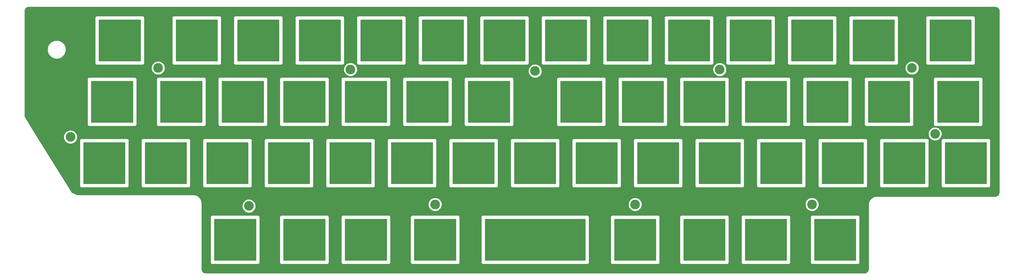
<source format=gbl>
G04 #@! TF.GenerationSoftware,KiCad,Pcbnew,(6.0.0-rc1-dev-1215-g431bdc7a3)*
G04 #@! TF.CreationDate,2018-12-02T19:35:57+01:00*
G04 #@! TF.ProjectId,wave,77617665-2e6b-4696-9361-645f70636258,rev?*
G04 #@! TF.SameCoordinates,Original*
G04 #@! TF.FileFunction,Copper,L2,Bot*
G04 #@! TF.FilePolarity,Positive*
%FSLAX46Y46*%
G04 Gerber Fmt 4.6, Leading zero omitted, Abs format (unit mm)*
G04 Created by KiCad (PCBNEW (6.0.0-rc1-dev-1215-g431bdc7a3)) date 2018 December 02, Sunday 19:35:57*
%MOMM*%
%LPD*%
G01*
G04 APERTURE LIST*
G04 #@! TA.AperFunction,WasherPad*
%ADD10C,3.000000*%
G04 #@! TD*
G04 #@! TA.AperFunction,NonConductor*
%ADD11C,0.254000*%
G04 #@! TD*
G04 APERTURE END LIST*
D10*
G04 #@! TO.P,Ref\002A\002A,*
G04 #@! TO.N,*
X153195060Y59561620D03*
G04 #@! TD*
G04 #@! TO.P,Ref\002A\002A,*
G04 #@! TO.N,*
X96045060Y60037870D03*
G04 #@! TD*
G04 #@! TO.P,Ref\002A\002A,*
G04 #@! TO.N,*
X36513810Y60514120D03*
G04 #@! TD*
G04 #@! TO.P,Ref\002A\002A,*
G04 #@! TO.N,*
X64612560Y17651620D03*
G04 #@! TD*
G04 #@! TO.P,Ref\002A\002A,*
G04 #@! TO.N,*
X122238810Y18127870D03*
G04 #@! TD*
G04 #@! TO.P,Ref\002A\002A,*
G04 #@! TO.N,*
X210345060Y60037870D03*
G04 #@! TD*
G04 #@! TO.P,Ref\002A\002A,*
G04 #@! TO.N,*
X269876310Y60514120D03*
G04 #@! TD*
G04 #@! TO.P,Ref\002A\002A,*
G04 #@! TO.N,*
X184151310Y18127870D03*
G04 #@! TD*
G04 #@! TO.P,Ref\002A\002A,*
G04 #@! TO.N,*
X238920060Y18127870D03*
G04 #@! TD*
G04 #@! TO.P,Ref\002A\002A,*
G04 #@! TO.N,*
X277020060Y40035370D03*
G04 #@! TD*
G04 #@! TO.P,Ref\002A\002A,*
G04 #@! TO.N,*
X9367560Y39082870D03*
G04 #@! TD*
D11*
G36*
X295948439Y79348104D02*
X296274558Y79199826D01*
X296545955Y78965976D01*
X296740806Y78665357D01*
X296849743Y78301097D01*
X296863810Y78111806D01*
X296863811Y21983118D01*
X296806544Y21583241D01*
X296658266Y21257121D01*
X296424418Y20985727D01*
X296123796Y20790874D01*
X295759537Y20681937D01*
X295570246Y20667870D01*
X258860019Y20667870D01*
X258836772Y20663246D01*
X258593924Y20645199D01*
X258530668Y20631291D01*
X258466486Y20622499D01*
X258459040Y20620321D01*
X257941561Y20465562D01*
X257863403Y20429448D01*
X257784659Y20394224D01*
X257778124Y20390044D01*
X257324879Y20096265D01*
X257259994Y20039662D01*
X257194306Y19983757D01*
X257189206Y19977910D01*
X256836634Y19568730D01*
X256790237Y19496181D01*
X256742887Y19424097D01*
X256739633Y19417054D01*
X256516076Y18925366D01*
X256491896Y18842675D01*
X256466691Y18760234D01*
X256465544Y18752561D01*
X256391407Y18234888D01*
X256382560Y18190410D01*
X256382561Y-1829382D01*
X256325294Y-2229259D01*
X256177016Y-2555379D01*
X255943168Y-2826773D01*
X255642546Y-3021626D01*
X255278287Y-3130563D01*
X255088996Y-3144630D01*
X51322801Y-3144630D01*
X50922931Y-3087364D01*
X50596811Y-2939086D01*
X50325417Y-2705238D01*
X50130564Y-2404616D01*
X50021627Y-2040357D01*
X50007560Y-1851066D01*
X50007560Y14174120D01*
X52678960Y14174120D01*
X52691401Y14111574D01*
X52691400Y235741D01*
X52678960Y173200D01*
X52728243Y-74565D01*
X52867669Y-283229D01*
X52868591Y-284609D01*
X53078635Y-424957D01*
X53326400Y-474240D01*
X53388941Y-461800D01*
X67263159Y-461800D01*
X67325700Y-474240D01*
X67573465Y-424957D01*
X67783509Y-284609D01*
X67923857Y-74565D01*
X67960700Y110659D01*
X67960700Y110660D01*
X67973140Y173200D01*
X67960700Y235741D01*
X67960700Y14111579D01*
X67973140Y14174120D01*
X74110160Y14174120D01*
X74122601Y14111574D01*
X74122600Y235741D01*
X74110160Y173200D01*
X74159443Y-74565D01*
X74298869Y-283229D01*
X74299791Y-284609D01*
X74509835Y-424957D01*
X74757600Y-474240D01*
X74820141Y-461800D01*
X88694359Y-461800D01*
X88756900Y-474240D01*
X89004665Y-424957D01*
X89214709Y-284609D01*
X89355057Y-74565D01*
X89391900Y110659D01*
X89391900Y110660D01*
X89404340Y173200D01*
X89391900Y235741D01*
X89391900Y14111579D01*
X89404340Y14174120D01*
X93160160Y14174120D01*
X93172601Y14111574D01*
X93172600Y235741D01*
X93160160Y173200D01*
X93209443Y-74565D01*
X93348869Y-283229D01*
X93349791Y-284609D01*
X93559835Y-424957D01*
X93807600Y-474240D01*
X93870141Y-461800D01*
X107744359Y-461800D01*
X107806900Y-474240D01*
X108054665Y-424957D01*
X108264709Y-284609D01*
X108405057Y-74565D01*
X108441900Y110659D01*
X108441900Y110660D01*
X108454340Y173200D01*
X108441900Y235741D01*
X108441900Y14111579D01*
X108454340Y14174120D01*
X114590960Y14174120D01*
X114603401Y14111574D01*
X114603400Y235741D01*
X114590960Y173200D01*
X114640243Y-74565D01*
X114779669Y-283229D01*
X114780591Y-284609D01*
X114990635Y-424957D01*
X115238400Y-474240D01*
X115300941Y-461800D01*
X129175859Y-461800D01*
X129238400Y-474240D01*
X129486165Y-424957D01*
X129696209Y-284609D01*
X129836557Y-74565D01*
X129873400Y110659D01*
X129873400Y110660D01*
X129885840Y173200D01*
X129873400Y235741D01*
X129873400Y14111579D01*
X129885840Y14174120D01*
X136447960Y14174120D01*
X136460400Y14111579D01*
X136460401Y237126D01*
X136447960Y174580D01*
X136497243Y-73185D01*
X136637591Y-283229D01*
X136847635Y-423577D01*
X137032859Y-460420D01*
X137095400Y-472860D01*
X137157941Y-460420D01*
X169231859Y-460420D01*
X169294400Y-472860D01*
X169356941Y-460420D01*
X169542165Y-423577D01*
X169752209Y-283229D01*
X169892557Y-73185D01*
X169892557Y-73184D01*
X169929400Y112039D01*
X169929400Y112040D01*
X169941840Y174580D01*
X169929400Y237121D01*
X169929400Y14111579D01*
X169941840Y14174120D01*
X176503960Y14174120D01*
X176516401Y14111574D01*
X176516400Y235741D01*
X176503960Y173200D01*
X176553243Y-74565D01*
X176692669Y-283229D01*
X176693591Y-284609D01*
X176903635Y-424957D01*
X177151400Y-474240D01*
X177213941Y-461800D01*
X191087859Y-461800D01*
X191150400Y-474240D01*
X191398165Y-424957D01*
X191608209Y-284609D01*
X191748557Y-74565D01*
X191785400Y110659D01*
X191785400Y110660D01*
X191797840Y173200D01*
X191785400Y235741D01*
X191785400Y14111579D01*
X191797840Y14174120D01*
X197934960Y14174120D01*
X197947401Y14111574D01*
X197947400Y235741D01*
X197934960Y173200D01*
X197984243Y-74565D01*
X198123669Y-283229D01*
X198124591Y-284609D01*
X198334635Y-424957D01*
X198582400Y-474240D01*
X198644941Y-461800D01*
X212519859Y-461800D01*
X212582400Y-474240D01*
X212830165Y-424957D01*
X213040209Y-284609D01*
X213180557Y-74565D01*
X213217400Y110659D01*
X213217400Y110660D01*
X213229840Y173200D01*
X213217400Y235741D01*
X213217400Y14111579D01*
X213229840Y14174120D01*
X216984960Y14174120D01*
X216997401Y14111574D01*
X216997400Y235741D01*
X216984960Y173200D01*
X217034243Y-74565D01*
X217173669Y-283229D01*
X217174591Y-284609D01*
X217384635Y-424957D01*
X217632400Y-474240D01*
X217694941Y-461800D01*
X231569859Y-461800D01*
X231632400Y-474240D01*
X231880165Y-424957D01*
X232090209Y-284609D01*
X232230557Y-74565D01*
X232267400Y110659D01*
X232267400Y110660D01*
X232279840Y173200D01*
X232267400Y235741D01*
X232267400Y14111579D01*
X232279840Y14174120D01*
X238415960Y14174120D01*
X238428401Y14111574D01*
X238428400Y235741D01*
X238415960Y173200D01*
X238465243Y-74565D01*
X238604669Y-283229D01*
X238605591Y-284609D01*
X238815635Y-424957D01*
X239063400Y-474240D01*
X239125941Y-461800D01*
X253000859Y-461800D01*
X253063400Y-474240D01*
X253311165Y-424957D01*
X253521209Y-284609D01*
X253661557Y-74565D01*
X253698400Y110659D01*
X253698400Y110660D01*
X253710840Y173200D01*
X253698400Y235741D01*
X253698400Y14111579D01*
X253710840Y14174120D01*
X253661557Y14421885D01*
X253521209Y14631929D01*
X253311165Y14772277D01*
X253125941Y14809120D01*
X253063400Y14821560D01*
X253000859Y14809120D01*
X239125941Y14809120D01*
X239063400Y14821560D01*
X239000859Y14809120D01*
X238815635Y14772277D01*
X238605591Y14631929D01*
X238465243Y14421885D01*
X238415960Y14174120D01*
X232279840Y14174120D01*
X232230557Y14421885D01*
X232090209Y14631929D01*
X231880165Y14772277D01*
X231694941Y14809120D01*
X231632400Y14821560D01*
X231569859Y14809120D01*
X217694941Y14809120D01*
X217632400Y14821560D01*
X217569859Y14809120D01*
X217384635Y14772277D01*
X217174591Y14631929D01*
X217034243Y14421885D01*
X216984960Y14174120D01*
X213229840Y14174120D01*
X213180557Y14421885D01*
X213040209Y14631929D01*
X212830165Y14772277D01*
X212644941Y14809120D01*
X212582400Y14821560D01*
X212519859Y14809120D01*
X198644941Y14809120D01*
X198582400Y14821560D01*
X198519859Y14809120D01*
X198334635Y14772277D01*
X198124591Y14631929D01*
X197984243Y14421885D01*
X197934960Y14174120D01*
X191797840Y14174120D01*
X191748557Y14421885D01*
X191608209Y14631929D01*
X191398165Y14772277D01*
X191212941Y14809120D01*
X191150400Y14821560D01*
X191087859Y14809120D01*
X177213941Y14809120D01*
X177151400Y14821560D01*
X177088859Y14809120D01*
X176903635Y14772277D01*
X176693591Y14631929D01*
X176553243Y14421885D01*
X176503960Y14174120D01*
X169941840Y14174120D01*
X169892557Y14421885D01*
X169752209Y14631929D01*
X169542165Y14772277D01*
X169356941Y14809120D01*
X169294400Y14821560D01*
X169231859Y14809120D01*
X137157941Y14809120D01*
X137095400Y14821560D01*
X137032859Y14809120D01*
X136847635Y14772277D01*
X136637591Y14631929D01*
X136497243Y14421885D01*
X136447960Y14174120D01*
X129885840Y14174120D01*
X129836557Y14421885D01*
X129696209Y14631929D01*
X129486165Y14772277D01*
X129300941Y14809120D01*
X129238400Y14821560D01*
X129175859Y14809120D01*
X115300941Y14809120D01*
X115238400Y14821560D01*
X115175859Y14809120D01*
X114990635Y14772277D01*
X114780591Y14631929D01*
X114640243Y14421885D01*
X114590960Y14174120D01*
X108454340Y14174120D01*
X108405057Y14421885D01*
X108264709Y14631929D01*
X108054665Y14772277D01*
X107869441Y14809120D01*
X107806900Y14821560D01*
X107744359Y14809120D01*
X93870141Y14809120D01*
X93807600Y14821560D01*
X93745059Y14809120D01*
X93559835Y14772277D01*
X93349791Y14631929D01*
X93209443Y14421885D01*
X93160160Y14174120D01*
X89404340Y14174120D01*
X89355057Y14421885D01*
X89214709Y14631929D01*
X89004665Y14772277D01*
X88819441Y14809120D01*
X88756900Y14821560D01*
X88694359Y14809120D01*
X74820141Y14809120D01*
X74757600Y14821560D01*
X74695059Y14809120D01*
X74509835Y14772277D01*
X74299791Y14631929D01*
X74159443Y14421885D01*
X74110160Y14174120D01*
X67973140Y14174120D01*
X67923857Y14421885D01*
X67783509Y14631929D01*
X67573465Y14772277D01*
X67388241Y14809120D01*
X67325700Y14821560D01*
X67263159Y14809120D01*
X53388941Y14809120D01*
X53326400Y14821560D01*
X53263859Y14809120D01*
X53078635Y14772277D01*
X52868591Y14631929D01*
X52728243Y14421885D01*
X52678960Y14174120D01*
X50007560Y14174120D01*
X50007560Y18035433D01*
X62469837Y18035433D01*
X62477560Y17631244D01*
X62477560Y17226942D01*
X62485659Y17207390D01*
X62486063Y17186233D01*
X62779821Y16477038D01*
X62790371Y16471750D01*
X62802594Y16442240D01*
X63403180Y15841654D01*
X63432690Y15829431D01*
X63437978Y15818881D01*
X63814348Y15671343D01*
X64187882Y15516620D01*
X64209046Y15516620D01*
X64228747Y15508897D01*
X64632936Y15516620D01*
X65037238Y15516620D01*
X65056790Y15524719D01*
X65077947Y15525123D01*
X65787142Y15818881D01*
X65792430Y15829431D01*
X65821940Y15841654D01*
X66422526Y16442240D01*
X66434749Y16471750D01*
X66445299Y16477038D01*
X66592837Y16853408D01*
X66747560Y17226942D01*
X66747560Y17248106D01*
X66755283Y17267807D01*
X66747560Y17671996D01*
X66747560Y18076298D01*
X66739461Y18095850D01*
X66739057Y18117007D01*
X66575577Y18511683D01*
X120096087Y18511683D01*
X120103810Y18107494D01*
X120103810Y17703192D01*
X120111909Y17683640D01*
X120112313Y17662483D01*
X120406071Y16953288D01*
X120416621Y16948000D01*
X120428844Y16918490D01*
X121029430Y16317904D01*
X121058940Y16305681D01*
X121064228Y16295131D01*
X121440598Y16147593D01*
X121814132Y15992870D01*
X121835296Y15992870D01*
X121854997Y15985147D01*
X122259186Y15992870D01*
X122663488Y15992870D01*
X122683040Y16000969D01*
X122704197Y16001373D01*
X123413392Y16295131D01*
X123418680Y16305681D01*
X123448190Y16317904D01*
X124048776Y16918490D01*
X124060999Y16948000D01*
X124071549Y16953288D01*
X124219087Y17329658D01*
X124373810Y17703192D01*
X124373810Y17724356D01*
X124381533Y17744057D01*
X124373810Y18148246D01*
X124373810Y18511683D01*
X182008587Y18511683D01*
X182016310Y18107494D01*
X182016310Y17703192D01*
X182024409Y17683640D01*
X182024813Y17662483D01*
X182318571Y16953288D01*
X182329121Y16948000D01*
X182341344Y16918490D01*
X182941930Y16317904D01*
X182971440Y16305681D01*
X182976728Y16295131D01*
X183353098Y16147593D01*
X183726632Y15992870D01*
X183747796Y15992870D01*
X183767497Y15985147D01*
X184171686Y15992870D01*
X184575988Y15992870D01*
X184595540Y16000969D01*
X184616697Y16001373D01*
X185325892Y16295131D01*
X185331180Y16305681D01*
X185360690Y16317904D01*
X185961276Y16918490D01*
X185973499Y16948000D01*
X185984049Y16953288D01*
X186131587Y17329658D01*
X186286310Y17703192D01*
X186286310Y17724356D01*
X186294033Y17744057D01*
X186286310Y18148246D01*
X186286310Y18511683D01*
X236777337Y18511683D01*
X236785060Y18107494D01*
X236785060Y17703192D01*
X236793159Y17683640D01*
X236793563Y17662483D01*
X237087321Y16953288D01*
X237097871Y16948000D01*
X237110094Y16918490D01*
X237710680Y16317904D01*
X237740190Y16305681D01*
X237745478Y16295131D01*
X238121848Y16147593D01*
X238495382Y15992870D01*
X238516546Y15992870D01*
X238536247Y15985147D01*
X238940436Y15992870D01*
X239344738Y15992870D01*
X239364290Y16000969D01*
X239385447Y16001373D01*
X240094642Y16295131D01*
X240099930Y16305681D01*
X240129440Y16317904D01*
X240730026Y16918490D01*
X240742249Y16948000D01*
X240752799Y16953288D01*
X240900337Y17329658D01*
X241055060Y17703192D01*
X241055060Y17724356D01*
X241062783Y17744057D01*
X241055060Y18148246D01*
X241055060Y18552548D01*
X241046961Y18572100D01*
X241046557Y18593257D01*
X240752799Y19302452D01*
X240742249Y19307740D01*
X240730026Y19337250D01*
X240129440Y19937836D01*
X240099930Y19950059D01*
X240094642Y19960609D01*
X239718272Y20108147D01*
X239344738Y20262870D01*
X239323574Y20262870D01*
X239303873Y20270593D01*
X238899684Y20262870D01*
X238495382Y20262870D01*
X238475830Y20254771D01*
X238454673Y20254367D01*
X237745478Y19960609D01*
X237740190Y19950059D01*
X237710680Y19937836D01*
X237110094Y19337250D01*
X237097871Y19307740D01*
X237087321Y19302452D01*
X236939783Y18926082D01*
X236785060Y18552548D01*
X236785060Y18531384D01*
X236777337Y18511683D01*
X186286310Y18511683D01*
X186286310Y18552548D01*
X186278211Y18572100D01*
X186277807Y18593257D01*
X185984049Y19302452D01*
X185973499Y19307740D01*
X185961276Y19337250D01*
X185360690Y19937836D01*
X185331180Y19950059D01*
X185325892Y19960609D01*
X184949522Y20108147D01*
X184575988Y20262870D01*
X184554824Y20262870D01*
X184535123Y20270593D01*
X184130934Y20262870D01*
X183726632Y20262870D01*
X183707080Y20254771D01*
X183685923Y20254367D01*
X182976728Y19960609D01*
X182971440Y19950059D01*
X182941930Y19937836D01*
X182341344Y19337250D01*
X182329121Y19307740D01*
X182318571Y19302452D01*
X182171033Y18926082D01*
X182016310Y18552548D01*
X182016310Y18531384D01*
X182008587Y18511683D01*
X124373810Y18511683D01*
X124373810Y18552548D01*
X124365711Y18572100D01*
X124365307Y18593257D01*
X124071549Y19302452D01*
X124060999Y19307740D01*
X124048776Y19337250D01*
X123448190Y19937836D01*
X123418680Y19950059D01*
X123413392Y19960609D01*
X123037022Y20108147D01*
X122663488Y20262870D01*
X122642324Y20262870D01*
X122622623Y20270593D01*
X122218434Y20262870D01*
X121814132Y20262870D01*
X121794580Y20254771D01*
X121773423Y20254367D01*
X121064228Y19960609D01*
X121058940Y19950059D01*
X121029430Y19937836D01*
X120428844Y19337250D01*
X120416621Y19307740D01*
X120406071Y19302452D01*
X120258533Y18926082D01*
X120103810Y18552548D01*
X120103810Y18531384D01*
X120096087Y18511683D01*
X66575577Y18511683D01*
X66445299Y18826202D01*
X66434749Y18831490D01*
X66422526Y18861000D01*
X65821940Y19461586D01*
X65792430Y19473809D01*
X65787142Y19484359D01*
X65410772Y19631897D01*
X65037238Y19786620D01*
X65016074Y19786620D01*
X64996373Y19794343D01*
X64592184Y19786620D01*
X64187882Y19786620D01*
X64168330Y19778521D01*
X64147173Y19778117D01*
X63437978Y19484359D01*
X63432690Y19473809D01*
X63403180Y19461586D01*
X62802594Y18861000D01*
X62790371Y18831490D01*
X62779821Y18826202D01*
X62632283Y18449832D01*
X62477560Y18076298D01*
X62477560Y18055134D01*
X62469837Y18035433D01*
X50007560Y18035433D01*
X50007560Y18666661D01*
X50002936Y18689908D01*
X49984889Y18932756D01*
X49970981Y18996012D01*
X49962189Y19060194D01*
X49960011Y19067640D01*
X49805252Y19585119D01*
X49769138Y19663277D01*
X49733914Y19742021D01*
X49729734Y19748556D01*
X49435955Y20201801D01*
X49379352Y20266686D01*
X49323447Y20332374D01*
X49317600Y20337474D01*
X48908420Y20690046D01*
X48835871Y20736443D01*
X48763787Y20783793D01*
X48756744Y20787047D01*
X48265056Y21010604D01*
X48182365Y21034784D01*
X48099924Y21059989D01*
X48092251Y21061136D01*
X47574582Y21135272D01*
X47530101Y21144120D01*
X11422463Y21144120D01*
X9812451Y21949126D01*
X-1048435Y39466683D01*
X7224837Y39466683D01*
X7232560Y39062494D01*
X7232560Y38658192D01*
X7240659Y38638640D01*
X7241063Y38617483D01*
X7534821Y37908288D01*
X7545371Y37903000D01*
X7557594Y37873490D01*
X8158180Y37272904D01*
X8187690Y37260681D01*
X8192978Y37250131D01*
X8569348Y37102593D01*
X8942882Y36947870D01*
X8964046Y36947870D01*
X8983747Y36940147D01*
X9387936Y36947870D01*
X9792238Y36947870D01*
X9811790Y36955969D01*
X9832947Y36956373D01*
X10542142Y37250131D01*
X10547430Y37260681D01*
X10576940Y37272904D01*
X11177526Y37873490D01*
X11189749Y37903000D01*
X11200299Y37908288D01*
X11231005Y37986620D01*
X12197610Y37986620D01*
X12210051Y37924074D01*
X12210050Y24048261D01*
X12197610Y23985720D01*
X12246893Y23737955D01*
X12387241Y23527911D01*
X12597285Y23387563D01*
X12845050Y23338280D01*
X12907591Y23350720D01*
X26782059Y23350720D01*
X26844600Y23338280D01*
X27092365Y23387563D01*
X27302409Y23527911D01*
X27442757Y23737955D01*
X27479600Y23923179D01*
X27479600Y23923180D01*
X27492040Y23985720D01*
X27479600Y24048261D01*
X27479600Y37924079D01*
X27492040Y37986620D01*
X31247660Y37986620D01*
X31260101Y37924074D01*
X31260100Y24048261D01*
X31247660Y23985720D01*
X31296943Y23737955D01*
X31437291Y23527911D01*
X31647335Y23387563D01*
X31895100Y23338280D01*
X31957641Y23350720D01*
X45831859Y23350720D01*
X45894400Y23338280D01*
X46142165Y23387563D01*
X46352209Y23527911D01*
X46492557Y23737955D01*
X46529400Y23923179D01*
X46529400Y23923180D01*
X46541840Y23985720D01*
X46529400Y24048261D01*
X46529400Y37924079D01*
X46541840Y37986620D01*
X50297660Y37986620D01*
X50310101Y37924074D01*
X50310100Y24048261D01*
X50297660Y23985720D01*
X50346943Y23737955D01*
X50487291Y23527911D01*
X50697335Y23387563D01*
X50945100Y23338280D01*
X51007641Y23350720D01*
X64881859Y23350720D01*
X64944400Y23338280D01*
X65192165Y23387563D01*
X65402209Y23527911D01*
X65542557Y23737955D01*
X65579400Y23923179D01*
X65579400Y23923180D01*
X65591840Y23985720D01*
X65579400Y24048261D01*
X65579400Y37924079D01*
X65591840Y37986620D01*
X69347660Y37986620D01*
X69360101Y37924074D01*
X69360100Y24048261D01*
X69347660Y23985720D01*
X69396943Y23737955D01*
X69537291Y23527911D01*
X69747335Y23387563D01*
X69995100Y23338280D01*
X70057641Y23350720D01*
X83931859Y23350720D01*
X83994400Y23338280D01*
X84242165Y23387563D01*
X84452209Y23527911D01*
X84592557Y23737955D01*
X84629400Y23923179D01*
X84629400Y23923180D01*
X84641840Y23985720D01*
X84629400Y24048261D01*
X84629400Y37924079D01*
X84641840Y37986620D01*
X88397660Y37986620D01*
X88410101Y37924074D01*
X88410100Y24048261D01*
X88397660Y23985720D01*
X88446943Y23737955D01*
X88587291Y23527911D01*
X88797335Y23387563D01*
X89045100Y23338280D01*
X89107641Y23350720D01*
X102981859Y23350720D01*
X103044400Y23338280D01*
X103292165Y23387563D01*
X103502209Y23527911D01*
X103642557Y23737955D01*
X103679400Y23923179D01*
X103679400Y23923180D01*
X103691840Y23985720D01*
X103679400Y24048261D01*
X103679400Y37924079D01*
X103691840Y37986620D01*
X107446260Y37986620D01*
X107458701Y37924074D01*
X107458700Y24048261D01*
X107446260Y23985720D01*
X107495543Y23737955D01*
X107635891Y23527911D01*
X107845935Y23387563D01*
X108093700Y23338280D01*
X108156241Y23350720D01*
X122031859Y23350720D01*
X122094400Y23338280D01*
X122342165Y23387563D01*
X122552209Y23527911D01*
X122692557Y23737955D01*
X122729400Y23923179D01*
X122729400Y23923180D01*
X122741840Y23985720D01*
X122729400Y24048261D01*
X122729400Y37924079D01*
X122741840Y37986620D01*
X126495960Y37986620D01*
X126508401Y37924074D01*
X126508400Y24048261D01*
X126495960Y23985720D01*
X126545243Y23737955D01*
X126685591Y23527911D01*
X126895635Y23387563D01*
X127143400Y23338280D01*
X127205941Y23350720D01*
X141081859Y23350720D01*
X141144400Y23338280D01*
X141392165Y23387563D01*
X141602209Y23527911D01*
X141742557Y23737955D01*
X141779400Y23923179D01*
X141779400Y23923180D01*
X141791840Y23985720D01*
X141779400Y24048261D01*
X141779400Y37924079D01*
X141791840Y37986620D01*
X145547960Y37986620D01*
X145560401Y37924074D01*
X145560400Y24048261D01*
X145547960Y23985720D01*
X145597243Y23737955D01*
X145737591Y23527911D01*
X145947635Y23387563D01*
X146195400Y23338280D01*
X146257941Y23350720D01*
X160131859Y23350720D01*
X160194400Y23338280D01*
X160442165Y23387563D01*
X160652209Y23527911D01*
X160792557Y23737955D01*
X160829400Y23923179D01*
X160829400Y23923180D01*
X160841840Y23985720D01*
X160829400Y24048261D01*
X160829400Y37924079D01*
X160841840Y37986620D01*
X164597960Y37986620D01*
X164610401Y37924074D01*
X164610400Y24048261D01*
X164597960Y23985720D01*
X164647243Y23737955D01*
X164787591Y23527911D01*
X164997635Y23387563D01*
X165245400Y23338280D01*
X165307941Y23350720D01*
X179181859Y23350720D01*
X179244400Y23338280D01*
X179492165Y23387563D01*
X179702209Y23527911D01*
X179842557Y23737955D01*
X179879400Y23923179D01*
X179879400Y23923180D01*
X179891840Y23985720D01*
X179879400Y24048261D01*
X179879400Y37924079D01*
X179891840Y37986620D01*
X183647960Y37986620D01*
X183660401Y37924074D01*
X183660400Y24048261D01*
X183647960Y23985720D01*
X183697243Y23737955D01*
X183837591Y23527911D01*
X184047635Y23387563D01*
X184295400Y23338280D01*
X184357941Y23350720D01*
X198231859Y23350720D01*
X198294400Y23338280D01*
X198542165Y23387563D01*
X198752209Y23527911D01*
X198892557Y23737955D01*
X198929400Y23923179D01*
X198929400Y23923180D01*
X198941840Y23985720D01*
X198929400Y24048261D01*
X198929400Y37924079D01*
X198941840Y37986620D01*
X202697960Y37986620D01*
X202710401Y37924074D01*
X202710400Y24048261D01*
X202697960Y23985720D01*
X202747243Y23737955D01*
X202887591Y23527911D01*
X203097635Y23387563D01*
X203345400Y23338280D01*
X203407941Y23350720D01*
X217281859Y23350720D01*
X217344400Y23338280D01*
X217592165Y23387563D01*
X217802209Y23527911D01*
X217942557Y23737955D01*
X217979400Y23923179D01*
X217979400Y23923180D01*
X217991840Y23985720D01*
X217979400Y24048261D01*
X217979400Y37924079D01*
X217991840Y37986620D01*
X221747960Y37986620D01*
X221760401Y37924074D01*
X221760400Y24048261D01*
X221747960Y23985720D01*
X221797243Y23737955D01*
X221937591Y23527911D01*
X222147635Y23387563D01*
X222395400Y23338280D01*
X222457941Y23350720D01*
X236331859Y23350720D01*
X236394400Y23338280D01*
X236642165Y23387563D01*
X236852209Y23527911D01*
X236992557Y23737955D01*
X237029400Y23923179D01*
X237029400Y23923180D01*
X237041840Y23985720D01*
X237029400Y24048261D01*
X237029400Y37924079D01*
X237041840Y37986620D01*
X240797960Y37986620D01*
X240810401Y37924074D01*
X240810400Y24048261D01*
X240797960Y23985720D01*
X240847243Y23737955D01*
X240987591Y23527911D01*
X241197635Y23387563D01*
X241445400Y23338280D01*
X241507941Y23350720D01*
X255381859Y23350720D01*
X255444400Y23338280D01*
X255692165Y23387563D01*
X255902209Y23527911D01*
X256042557Y23737955D01*
X256079400Y23923179D01*
X256079400Y23923180D01*
X256091840Y23985720D01*
X256079400Y24048261D01*
X256079400Y37924079D01*
X256091840Y37986620D01*
X259847960Y37986620D01*
X259860401Y37924074D01*
X259860400Y24048261D01*
X259847960Y23985720D01*
X259897243Y23737955D01*
X260037591Y23527911D01*
X260247635Y23387563D01*
X260495400Y23338280D01*
X260557941Y23350720D01*
X274431859Y23350720D01*
X274494400Y23338280D01*
X274742165Y23387563D01*
X274952209Y23527911D01*
X275092557Y23737955D01*
X275129400Y23923179D01*
X275129400Y23923180D01*
X275141840Y23985720D01*
X275129400Y24048261D01*
X275129400Y37924079D01*
X275141840Y37986620D01*
X275092557Y38234385D01*
X274952209Y38444429D01*
X274742165Y38584777D01*
X274556941Y38621620D01*
X274494400Y38634060D01*
X274431859Y38621620D01*
X260557941Y38621620D01*
X260495400Y38634060D01*
X260432859Y38621620D01*
X260247635Y38584777D01*
X260037591Y38444429D01*
X259897243Y38234385D01*
X259847960Y37986620D01*
X256091840Y37986620D01*
X256042557Y38234385D01*
X255902209Y38444429D01*
X255692165Y38584777D01*
X255506941Y38621620D01*
X255444400Y38634060D01*
X255381859Y38621620D01*
X241507941Y38621620D01*
X241445400Y38634060D01*
X241382859Y38621620D01*
X241197635Y38584777D01*
X240987591Y38444429D01*
X240847243Y38234385D01*
X240797960Y37986620D01*
X237041840Y37986620D01*
X236992557Y38234385D01*
X236852209Y38444429D01*
X236642165Y38584777D01*
X236456941Y38621620D01*
X236394400Y38634060D01*
X236331859Y38621620D01*
X222457941Y38621620D01*
X222395400Y38634060D01*
X222332859Y38621620D01*
X222147635Y38584777D01*
X221937591Y38444429D01*
X221797243Y38234385D01*
X221747960Y37986620D01*
X217991840Y37986620D01*
X217942557Y38234385D01*
X217802209Y38444429D01*
X217592165Y38584777D01*
X217406941Y38621620D01*
X217344400Y38634060D01*
X217281859Y38621620D01*
X203407941Y38621620D01*
X203345400Y38634060D01*
X203282859Y38621620D01*
X203097635Y38584777D01*
X202887591Y38444429D01*
X202747243Y38234385D01*
X202697960Y37986620D01*
X198941840Y37986620D01*
X198892557Y38234385D01*
X198752209Y38444429D01*
X198542165Y38584777D01*
X198356941Y38621620D01*
X198294400Y38634060D01*
X198231859Y38621620D01*
X184357941Y38621620D01*
X184295400Y38634060D01*
X184232859Y38621620D01*
X184047635Y38584777D01*
X183837591Y38444429D01*
X183697243Y38234385D01*
X183647960Y37986620D01*
X179891840Y37986620D01*
X179842557Y38234385D01*
X179702209Y38444429D01*
X179492165Y38584777D01*
X179306941Y38621620D01*
X179244400Y38634060D01*
X179181859Y38621620D01*
X165307941Y38621620D01*
X165245400Y38634060D01*
X165182859Y38621620D01*
X164997635Y38584777D01*
X164787591Y38444429D01*
X164647243Y38234385D01*
X164597960Y37986620D01*
X160841840Y37986620D01*
X160792557Y38234385D01*
X160652209Y38444429D01*
X160442165Y38584777D01*
X160256941Y38621620D01*
X160194400Y38634060D01*
X160131859Y38621620D01*
X146257941Y38621620D01*
X146195400Y38634060D01*
X146132859Y38621620D01*
X145947635Y38584777D01*
X145737591Y38444429D01*
X145597243Y38234385D01*
X145547960Y37986620D01*
X141791840Y37986620D01*
X141742557Y38234385D01*
X141602209Y38444429D01*
X141392165Y38584777D01*
X141206941Y38621620D01*
X141144400Y38634060D01*
X141081859Y38621620D01*
X127205941Y38621620D01*
X127143400Y38634060D01*
X127080859Y38621620D01*
X126895635Y38584777D01*
X126685591Y38444429D01*
X126545243Y38234385D01*
X126495960Y37986620D01*
X122741840Y37986620D01*
X122692557Y38234385D01*
X122552209Y38444429D01*
X122342165Y38584777D01*
X122156941Y38621620D01*
X122094400Y38634060D01*
X122031859Y38621620D01*
X108156241Y38621620D01*
X108093700Y38634060D01*
X108031159Y38621620D01*
X107845935Y38584777D01*
X107635891Y38444429D01*
X107495543Y38234385D01*
X107446260Y37986620D01*
X103691840Y37986620D01*
X103642557Y38234385D01*
X103502209Y38444429D01*
X103292165Y38584777D01*
X103106941Y38621620D01*
X103044400Y38634060D01*
X102981859Y38621620D01*
X89107641Y38621620D01*
X89045100Y38634060D01*
X88982559Y38621620D01*
X88797335Y38584777D01*
X88587291Y38444429D01*
X88446943Y38234385D01*
X88397660Y37986620D01*
X84641840Y37986620D01*
X84592557Y38234385D01*
X84452209Y38444429D01*
X84242165Y38584777D01*
X84056941Y38621620D01*
X83994400Y38634060D01*
X83931859Y38621620D01*
X70057641Y38621620D01*
X69995100Y38634060D01*
X69932559Y38621620D01*
X69747335Y38584777D01*
X69537291Y38444429D01*
X69396943Y38234385D01*
X69347660Y37986620D01*
X65591840Y37986620D01*
X65542557Y38234385D01*
X65402209Y38444429D01*
X65192165Y38584777D01*
X65006941Y38621620D01*
X64944400Y38634060D01*
X64881859Y38621620D01*
X51007641Y38621620D01*
X50945100Y38634060D01*
X50882559Y38621620D01*
X50697335Y38584777D01*
X50487291Y38444429D01*
X50346943Y38234385D01*
X50297660Y37986620D01*
X46541840Y37986620D01*
X46492557Y38234385D01*
X46352209Y38444429D01*
X46142165Y38584777D01*
X45956941Y38621620D01*
X45894400Y38634060D01*
X45831859Y38621620D01*
X31957641Y38621620D01*
X31895100Y38634060D01*
X31832559Y38621620D01*
X31647335Y38584777D01*
X31437291Y38444429D01*
X31296943Y38234385D01*
X31247660Y37986620D01*
X27492040Y37986620D01*
X27442757Y38234385D01*
X27302409Y38444429D01*
X27092365Y38584777D01*
X26907141Y38621620D01*
X26844600Y38634060D01*
X26782059Y38621620D01*
X12907591Y38621620D01*
X12845050Y38634060D01*
X12782509Y38621620D01*
X12597285Y38584777D01*
X12387241Y38444429D01*
X12246893Y38234385D01*
X12197610Y37986620D01*
X11231005Y37986620D01*
X11347837Y38284658D01*
X11502560Y38658192D01*
X11502560Y38679356D01*
X11510283Y38699057D01*
X11502560Y39103246D01*
X11502560Y39507548D01*
X11494461Y39527100D01*
X11494057Y39548257D01*
X11200299Y40257452D01*
X11189749Y40262740D01*
X11177526Y40292250D01*
X11050593Y40419183D01*
X274877337Y40419183D01*
X274885060Y40014994D01*
X274885060Y39610692D01*
X274893159Y39591140D01*
X274893563Y39569983D01*
X275187321Y38860788D01*
X275197871Y38855500D01*
X275210094Y38825990D01*
X275810680Y38225404D01*
X275840190Y38213181D01*
X275845478Y38202631D01*
X276221848Y38055093D01*
X276595382Y37900370D01*
X276616546Y37900370D01*
X276636247Y37892647D01*
X277040436Y37900370D01*
X277444738Y37900370D01*
X277464290Y37908469D01*
X277485447Y37908873D01*
X277673144Y37986620D01*
X278897960Y37986620D01*
X278910401Y37924074D01*
X278910400Y24048261D01*
X278897960Y23985720D01*
X278947243Y23737955D01*
X279087591Y23527911D01*
X279297635Y23387563D01*
X279545400Y23338280D01*
X279607941Y23350720D01*
X293481859Y23350720D01*
X293544400Y23338280D01*
X293792165Y23387563D01*
X294002209Y23527911D01*
X294142557Y23737955D01*
X294179400Y23923179D01*
X294179400Y23923180D01*
X294191840Y23985720D01*
X294179400Y24048261D01*
X294179400Y37924079D01*
X294191840Y37986620D01*
X294142557Y38234385D01*
X294002209Y38444429D01*
X293792165Y38584777D01*
X293606941Y38621620D01*
X293544400Y38634060D01*
X293481859Y38621620D01*
X279607941Y38621620D01*
X279545400Y38634060D01*
X279482859Y38621620D01*
X279297635Y38584777D01*
X279087591Y38444429D01*
X278947243Y38234385D01*
X278897960Y37986620D01*
X277673144Y37986620D01*
X278194642Y38202631D01*
X278199930Y38213181D01*
X278229440Y38225404D01*
X278830026Y38825990D01*
X278842249Y38855500D01*
X278852799Y38860788D01*
X279000337Y39237158D01*
X279155060Y39610692D01*
X279155060Y39631856D01*
X279162783Y39651557D01*
X279155060Y40055746D01*
X279155060Y40460048D01*
X279146961Y40479600D01*
X279146557Y40500757D01*
X278852799Y41209952D01*
X278842249Y41215240D01*
X278830026Y41244750D01*
X278229440Y41845336D01*
X278199930Y41857559D01*
X278194642Y41868109D01*
X277818272Y42015647D01*
X277444738Y42170370D01*
X277423574Y42170370D01*
X277403873Y42178093D01*
X276999684Y42170370D01*
X276595382Y42170370D01*
X276575830Y42162271D01*
X276554673Y42161867D01*
X275845478Y41868109D01*
X275840190Y41857559D01*
X275810680Y41845336D01*
X275210094Y41244750D01*
X275197871Y41215240D01*
X275187321Y41209952D01*
X275039783Y40833582D01*
X274885060Y40460048D01*
X274885060Y40438884D01*
X274877337Y40419183D01*
X11050593Y40419183D01*
X10576940Y40892836D01*
X10547430Y40905059D01*
X10542142Y40915609D01*
X10165772Y41063147D01*
X9792238Y41217870D01*
X9771074Y41217870D01*
X9751373Y41225593D01*
X9347184Y41217870D01*
X8942882Y41217870D01*
X8923330Y41209771D01*
X8902173Y41209367D01*
X8192978Y40915609D01*
X8187690Y40905059D01*
X8158180Y40892836D01*
X7557594Y40292250D01*
X7545371Y40262740D01*
X7534821Y40257452D01*
X7387283Y39881082D01*
X7232560Y39507548D01*
X7232560Y39486384D01*
X7224837Y39466683D01*
X-1048435Y39466683D01*
X-4761190Y45454996D01*
X-4761190Y57036620D01*
X14578870Y57036620D01*
X14591311Y56974074D01*
X14591310Y43098461D01*
X14578870Y43035920D01*
X14628153Y42788155D01*
X14768501Y42578111D01*
X14978545Y42437763D01*
X15226310Y42388480D01*
X15288851Y42400920D01*
X29163259Y42400920D01*
X29225800Y42388480D01*
X29473565Y42437763D01*
X29683609Y42578111D01*
X29823957Y42788155D01*
X29860800Y42973379D01*
X29860800Y42973380D01*
X29873240Y43035920D01*
X29860800Y43098461D01*
X29860800Y56974079D01*
X29873240Y57036620D01*
X36010160Y57036620D01*
X36022601Y56974074D01*
X36022600Y43098461D01*
X36010160Y43035920D01*
X36059443Y42788155D01*
X36199791Y42578111D01*
X36409835Y42437763D01*
X36657600Y42388480D01*
X36720141Y42400920D01*
X50594359Y42400920D01*
X50656900Y42388480D01*
X50904665Y42437763D01*
X51114709Y42578111D01*
X51255057Y42788155D01*
X51291900Y42973379D01*
X51291900Y42973380D01*
X51304340Y43035920D01*
X51291900Y43098461D01*
X51291900Y56974079D01*
X51304340Y57036620D01*
X55060160Y57036620D01*
X55072601Y56974074D01*
X55072600Y43098461D01*
X55060160Y43035920D01*
X55109443Y42788155D01*
X55249791Y42578111D01*
X55459835Y42437763D01*
X55707600Y42388480D01*
X55770141Y42400920D01*
X69644359Y42400920D01*
X69706900Y42388480D01*
X69954665Y42437763D01*
X70164709Y42578111D01*
X70305057Y42788155D01*
X70341900Y42973379D01*
X70341900Y42973380D01*
X70354340Y43035920D01*
X70341900Y43098461D01*
X70341900Y56974079D01*
X70354340Y57036620D01*
X74110160Y57036620D01*
X74122601Y56974074D01*
X74122600Y43098461D01*
X74110160Y43035920D01*
X74159443Y42788155D01*
X74299791Y42578111D01*
X74509835Y42437763D01*
X74757600Y42388480D01*
X74820141Y42400920D01*
X88694359Y42400920D01*
X88756900Y42388480D01*
X89004665Y42437763D01*
X89214709Y42578111D01*
X89355057Y42788155D01*
X89391900Y42973379D01*
X89391900Y42973380D01*
X89404340Y43035920D01*
X89391900Y43098461D01*
X89391900Y56974079D01*
X89404340Y57036620D01*
X93160160Y57036620D01*
X93172601Y56974074D01*
X93172600Y43098461D01*
X93160160Y43035920D01*
X93209443Y42788155D01*
X93349791Y42578111D01*
X93559835Y42437763D01*
X93807600Y42388480D01*
X93870141Y42400920D01*
X107744359Y42400920D01*
X107806900Y42388480D01*
X108054665Y42437763D01*
X108264709Y42578111D01*
X108405057Y42788155D01*
X108441900Y42973379D01*
X108441900Y42973380D01*
X108454340Y43035920D01*
X108441900Y43098461D01*
X108441900Y56974079D01*
X108454340Y57036620D01*
X112209960Y57036620D01*
X112222401Y56974074D01*
X112222400Y43098461D01*
X112209960Y43035920D01*
X112259243Y42788155D01*
X112399591Y42578111D01*
X112609635Y42437763D01*
X112857400Y42388480D01*
X112919941Y42400920D01*
X126794859Y42400920D01*
X126857400Y42388480D01*
X127105165Y42437763D01*
X127315209Y42578111D01*
X127455557Y42788155D01*
X127492400Y42973379D01*
X127492400Y42973380D01*
X127504840Y43035920D01*
X127492400Y43098461D01*
X127492400Y56974079D01*
X127504840Y57036620D01*
X131259960Y57036620D01*
X131272401Y56974074D01*
X131272400Y43098461D01*
X131259960Y43035920D01*
X131309243Y42788155D01*
X131449591Y42578111D01*
X131659635Y42437763D01*
X131907400Y42388480D01*
X131969941Y42400920D01*
X145844859Y42400920D01*
X145907400Y42388480D01*
X146155165Y42437763D01*
X146365209Y42578111D01*
X146505557Y42788155D01*
X146542400Y42973379D01*
X146542400Y42973380D01*
X146554840Y43035920D01*
X146542400Y43098461D01*
X146542400Y56974079D01*
X146554840Y57036620D01*
X159834960Y57036620D01*
X159847401Y56974074D01*
X159847400Y43098461D01*
X159834960Y43035920D01*
X159884243Y42788155D01*
X160024591Y42578111D01*
X160234635Y42437763D01*
X160482400Y42388480D01*
X160544941Y42400920D01*
X174419859Y42400920D01*
X174482400Y42388480D01*
X174730165Y42437763D01*
X174940209Y42578111D01*
X175080557Y42788155D01*
X175117400Y42973379D01*
X175117400Y42973380D01*
X175129840Y43035920D01*
X175117400Y43098461D01*
X175117400Y56974079D01*
X175129840Y57036620D01*
X178884960Y57036620D01*
X178897401Y56974074D01*
X178897400Y43098461D01*
X178884960Y43035920D01*
X178934243Y42788155D01*
X179074591Y42578111D01*
X179284635Y42437763D01*
X179532400Y42388480D01*
X179594941Y42400920D01*
X193469859Y42400920D01*
X193532400Y42388480D01*
X193780165Y42437763D01*
X193990209Y42578111D01*
X194130557Y42788155D01*
X194167400Y42973379D01*
X194167400Y42973380D01*
X194179840Y43035920D01*
X194167400Y43098461D01*
X194167400Y56974079D01*
X194179840Y57036620D01*
X197934960Y57036620D01*
X197947401Y56974074D01*
X197947400Y43098461D01*
X197934960Y43035920D01*
X197984243Y42788155D01*
X198124591Y42578111D01*
X198334635Y42437763D01*
X198582400Y42388480D01*
X198644941Y42400920D01*
X212519859Y42400920D01*
X212582400Y42388480D01*
X212830165Y42437763D01*
X213040209Y42578111D01*
X213180557Y42788155D01*
X213217400Y42973379D01*
X213217400Y42973380D01*
X213229840Y43035920D01*
X213217400Y43098461D01*
X213217400Y56974079D01*
X213229840Y57036620D01*
X216984960Y57036620D01*
X216997401Y56974074D01*
X216997400Y43098461D01*
X216984960Y43035920D01*
X217034243Y42788155D01*
X217174591Y42578111D01*
X217384635Y42437763D01*
X217632400Y42388480D01*
X217694941Y42400920D01*
X231569859Y42400920D01*
X231632400Y42388480D01*
X231880165Y42437763D01*
X232090209Y42578111D01*
X232230557Y42788155D01*
X232267400Y42973379D01*
X232267400Y42973380D01*
X232279840Y43035920D01*
X232267400Y43098461D01*
X232267400Y56974079D01*
X232279840Y57036620D01*
X236034960Y57036620D01*
X236047401Y56974074D01*
X236047400Y43098461D01*
X236034960Y43035920D01*
X236084243Y42788155D01*
X236224591Y42578111D01*
X236434635Y42437763D01*
X236682400Y42388480D01*
X236744941Y42400920D01*
X250619859Y42400920D01*
X250682400Y42388480D01*
X250930165Y42437763D01*
X251140209Y42578111D01*
X251280557Y42788155D01*
X251317400Y42973379D01*
X251317400Y42973380D01*
X251329840Y43035920D01*
X251317400Y43098461D01*
X251317400Y56974079D01*
X251329840Y57036620D01*
X255084960Y57036620D01*
X255097401Y56974074D01*
X255097400Y43098461D01*
X255084960Y43035920D01*
X255134243Y42788155D01*
X255274591Y42578111D01*
X255484635Y42437763D01*
X255732400Y42388480D01*
X255794941Y42400920D01*
X269669859Y42400920D01*
X269732400Y42388480D01*
X269980165Y42437763D01*
X270190209Y42578111D01*
X270330557Y42788155D01*
X270367400Y42973379D01*
X270367400Y42973380D01*
X270379840Y43035920D01*
X270367400Y43098461D01*
X270367400Y56974079D01*
X270379840Y57036620D01*
X276515960Y57036620D01*
X276528401Y56974074D01*
X276528400Y43098461D01*
X276515960Y43035920D01*
X276565243Y42788155D01*
X276705591Y42578111D01*
X276915635Y42437763D01*
X277163400Y42388480D01*
X277225941Y42400920D01*
X291100859Y42400920D01*
X291163400Y42388480D01*
X291411165Y42437763D01*
X291621209Y42578111D01*
X291761557Y42788155D01*
X291798400Y42973379D01*
X291798400Y42973380D01*
X291810840Y43035920D01*
X291798400Y43098461D01*
X291798400Y56974079D01*
X291810840Y57036620D01*
X291761557Y57284385D01*
X291621209Y57494429D01*
X291411165Y57634777D01*
X291225941Y57671620D01*
X291163400Y57684060D01*
X291100859Y57671620D01*
X277225941Y57671620D01*
X277163400Y57684060D01*
X277100859Y57671620D01*
X276915635Y57634777D01*
X276705591Y57494429D01*
X276565243Y57284385D01*
X276515960Y57036620D01*
X270379840Y57036620D01*
X270330557Y57284385D01*
X270190209Y57494429D01*
X269980165Y57634777D01*
X269794941Y57671620D01*
X269732400Y57684060D01*
X269669859Y57671620D01*
X255794941Y57671620D01*
X255732400Y57684060D01*
X255669859Y57671620D01*
X255484635Y57634777D01*
X255274591Y57494429D01*
X255134243Y57284385D01*
X255084960Y57036620D01*
X251329840Y57036620D01*
X251280557Y57284385D01*
X251140209Y57494429D01*
X250930165Y57634777D01*
X250744941Y57671620D01*
X250682400Y57684060D01*
X250619859Y57671620D01*
X236744941Y57671620D01*
X236682400Y57684060D01*
X236619859Y57671620D01*
X236434635Y57634777D01*
X236224591Y57494429D01*
X236084243Y57284385D01*
X236034960Y57036620D01*
X232279840Y57036620D01*
X232230557Y57284385D01*
X232090209Y57494429D01*
X231880165Y57634777D01*
X231694941Y57671620D01*
X231632400Y57684060D01*
X231569859Y57671620D01*
X217694941Y57671620D01*
X217632400Y57684060D01*
X217569859Y57671620D01*
X217384635Y57634777D01*
X217174591Y57494429D01*
X217034243Y57284385D01*
X216984960Y57036620D01*
X213229840Y57036620D01*
X213180557Y57284385D01*
X213040209Y57494429D01*
X212830165Y57634777D01*
X212644941Y57671620D01*
X212582400Y57684060D01*
X212519859Y57671620D01*
X198644941Y57671620D01*
X198582400Y57684060D01*
X198519859Y57671620D01*
X198334635Y57634777D01*
X198124591Y57494429D01*
X197984243Y57284385D01*
X197934960Y57036620D01*
X194179840Y57036620D01*
X194130557Y57284385D01*
X193990209Y57494429D01*
X193780165Y57634777D01*
X193594941Y57671620D01*
X193532400Y57684060D01*
X193469859Y57671620D01*
X179594941Y57671620D01*
X179532400Y57684060D01*
X179469859Y57671620D01*
X179284635Y57634777D01*
X179074591Y57494429D01*
X178934243Y57284385D01*
X178884960Y57036620D01*
X175129840Y57036620D01*
X175080557Y57284385D01*
X174940209Y57494429D01*
X174730165Y57634777D01*
X174544941Y57671620D01*
X174482400Y57684060D01*
X174419859Y57671620D01*
X160544941Y57671620D01*
X160482400Y57684060D01*
X160419859Y57671620D01*
X160234635Y57634777D01*
X160024591Y57494429D01*
X159884243Y57284385D01*
X159834960Y57036620D01*
X146554840Y57036620D01*
X146505557Y57284385D01*
X146365209Y57494429D01*
X146155165Y57634777D01*
X145969941Y57671620D01*
X145907400Y57684060D01*
X145844859Y57671620D01*
X131969941Y57671620D01*
X131907400Y57684060D01*
X131844859Y57671620D01*
X131659635Y57634777D01*
X131449591Y57494429D01*
X131309243Y57284385D01*
X131259960Y57036620D01*
X127504840Y57036620D01*
X127455557Y57284385D01*
X127315209Y57494429D01*
X127105165Y57634777D01*
X126919941Y57671620D01*
X126857400Y57684060D01*
X126794859Y57671620D01*
X112919941Y57671620D01*
X112857400Y57684060D01*
X112794859Y57671620D01*
X112609635Y57634777D01*
X112399591Y57494429D01*
X112259243Y57284385D01*
X112209960Y57036620D01*
X108454340Y57036620D01*
X108405057Y57284385D01*
X108264709Y57494429D01*
X108054665Y57634777D01*
X107869441Y57671620D01*
X107806900Y57684060D01*
X107744359Y57671620D01*
X93870141Y57671620D01*
X93807600Y57684060D01*
X93745059Y57671620D01*
X93559835Y57634777D01*
X93349791Y57494429D01*
X93209443Y57284385D01*
X93160160Y57036620D01*
X89404340Y57036620D01*
X89355057Y57284385D01*
X89214709Y57494429D01*
X89004665Y57634777D01*
X88819441Y57671620D01*
X88756900Y57684060D01*
X88694359Y57671620D01*
X74820141Y57671620D01*
X74757600Y57684060D01*
X74695059Y57671620D01*
X74509835Y57634777D01*
X74299791Y57494429D01*
X74159443Y57284385D01*
X74110160Y57036620D01*
X70354340Y57036620D01*
X70305057Y57284385D01*
X70164709Y57494429D01*
X69954665Y57634777D01*
X69769441Y57671620D01*
X69706900Y57684060D01*
X69644359Y57671620D01*
X55770141Y57671620D01*
X55707600Y57684060D01*
X55645059Y57671620D01*
X55459835Y57634777D01*
X55249791Y57494429D01*
X55109443Y57284385D01*
X55060160Y57036620D01*
X51304340Y57036620D01*
X51255057Y57284385D01*
X51114709Y57494429D01*
X50904665Y57634777D01*
X50719441Y57671620D01*
X50656900Y57684060D01*
X50594359Y57671620D01*
X36720141Y57671620D01*
X36657600Y57684060D01*
X36595059Y57671620D01*
X36409835Y57634777D01*
X36199791Y57494429D01*
X36059443Y57284385D01*
X36010160Y57036620D01*
X29873240Y57036620D01*
X29823957Y57284385D01*
X29683609Y57494429D01*
X29473565Y57634777D01*
X29288341Y57671620D01*
X29225800Y57684060D01*
X29163259Y57671620D01*
X15288851Y57671620D01*
X15226310Y57684060D01*
X15163769Y57671620D01*
X14978545Y57634777D01*
X14768501Y57494429D01*
X14628153Y57284385D01*
X14578870Y57036620D01*
X-4761190Y57036620D01*
X-4761190Y60897933D01*
X34371087Y60897933D01*
X34378810Y60493744D01*
X34378810Y60089442D01*
X34386909Y60069890D01*
X34387313Y60048733D01*
X34681071Y59339538D01*
X34691621Y59334250D01*
X34703844Y59304740D01*
X35304430Y58704154D01*
X35333940Y58691931D01*
X35339228Y58681381D01*
X35715598Y58533843D01*
X36089132Y58379120D01*
X36110296Y58379120D01*
X36129997Y58371397D01*
X36534186Y58379120D01*
X36938488Y58379120D01*
X36958040Y58387219D01*
X36979197Y58387623D01*
X37688392Y58681381D01*
X37693680Y58691931D01*
X37723190Y58704154D01*
X38323776Y59304740D01*
X38335999Y59334250D01*
X38346549Y59339538D01*
X38494087Y59715908D01*
X38648810Y60089442D01*
X38648810Y60110606D01*
X38656533Y60130307D01*
X38650966Y60421683D01*
X93902337Y60421683D01*
X93910060Y60017494D01*
X93910060Y59613192D01*
X93918159Y59593640D01*
X93918563Y59572483D01*
X94212321Y58863288D01*
X94222871Y58858000D01*
X94235094Y58828490D01*
X94835680Y58227904D01*
X94865190Y58215681D01*
X94870478Y58205131D01*
X95246848Y58057593D01*
X95620382Y57902870D01*
X95641546Y57902870D01*
X95661247Y57895147D01*
X96065436Y57902870D01*
X96469738Y57902870D01*
X96489290Y57910969D01*
X96510447Y57911373D01*
X97219642Y58205131D01*
X97224930Y58215681D01*
X97254440Y58227904D01*
X97855026Y58828490D01*
X97867249Y58858000D01*
X97877799Y58863288D01*
X98025337Y59239658D01*
X98180060Y59613192D01*
X98180060Y59634356D01*
X98187783Y59654057D01*
X98182216Y59945433D01*
X151052337Y59945433D01*
X151060060Y59541244D01*
X151060060Y59136942D01*
X151068159Y59117390D01*
X151068563Y59096233D01*
X151362321Y58387038D01*
X151372871Y58381750D01*
X151385094Y58352240D01*
X151985680Y57751654D01*
X152015190Y57739431D01*
X152020478Y57728881D01*
X152396848Y57581343D01*
X152770382Y57426620D01*
X152791546Y57426620D01*
X152811247Y57418897D01*
X153215436Y57426620D01*
X153619738Y57426620D01*
X153639290Y57434719D01*
X153660447Y57435123D01*
X154369642Y57728881D01*
X154374930Y57739431D01*
X154404440Y57751654D01*
X155005026Y58352240D01*
X155017249Y58381750D01*
X155027799Y58387038D01*
X155175337Y58763408D01*
X155330060Y59136942D01*
X155330060Y59158106D01*
X155337783Y59177807D01*
X155330060Y59581996D01*
X155330060Y59986298D01*
X155321961Y60005850D01*
X155321557Y60027007D01*
X155158077Y60421683D01*
X208202337Y60421683D01*
X208210060Y60017494D01*
X208210060Y59613192D01*
X208218159Y59593640D01*
X208218563Y59572483D01*
X208512321Y58863288D01*
X208522871Y58858000D01*
X208535094Y58828490D01*
X209135680Y58227904D01*
X209165190Y58215681D01*
X209170478Y58205131D01*
X209546848Y58057593D01*
X209920382Y57902870D01*
X209941546Y57902870D01*
X209961247Y57895147D01*
X210365436Y57902870D01*
X210769738Y57902870D01*
X210789290Y57910969D01*
X210810447Y57911373D01*
X211519642Y58205131D01*
X211524930Y58215681D01*
X211554440Y58227904D01*
X212155026Y58828490D01*
X212167249Y58858000D01*
X212177799Y58863288D01*
X212325337Y59239658D01*
X212480060Y59613192D01*
X212480060Y59634356D01*
X212487783Y59654057D01*
X212480060Y60058246D01*
X212480060Y60462548D01*
X212471961Y60482100D01*
X212471557Y60503257D01*
X212308077Y60897933D01*
X267733587Y60897933D01*
X267741310Y60493744D01*
X267741310Y60089442D01*
X267749409Y60069890D01*
X267749813Y60048733D01*
X268043571Y59339538D01*
X268054121Y59334250D01*
X268066344Y59304740D01*
X268666930Y58704154D01*
X268696440Y58691931D01*
X268701728Y58681381D01*
X269078098Y58533843D01*
X269451632Y58379120D01*
X269472796Y58379120D01*
X269492497Y58371397D01*
X269896686Y58379120D01*
X270300988Y58379120D01*
X270320540Y58387219D01*
X270341697Y58387623D01*
X271050892Y58681381D01*
X271056180Y58691931D01*
X271085690Y58704154D01*
X271686276Y59304740D01*
X271698499Y59334250D01*
X271709049Y59339538D01*
X271856587Y59715908D01*
X272011310Y60089442D01*
X272011310Y60110606D01*
X272019033Y60130307D01*
X272011310Y60534496D01*
X272011310Y60938798D01*
X272003211Y60958350D01*
X272002807Y60979507D01*
X271709049Y61688702D01*
X271698499Y61693990D01*
X271686276Y61723500D01*
X271085690Y62324086D01*
X271056180Y62336309D01*
X271050892Y62346859D01*
X270674522Y62494397D01*
X270300988Y62649120D01*
X270279824Y62649120D01*
X270260123Y62656843D01*
X269855934Y62649120D01*
X269451632Y62649120D01*
X269432080Y62641021D01*
X269410923Y62640617D01*
X268701728Y62346859D01*
X268696440Y62336309D01*
X268666930Y62324086D01*
X268066344Y61723500D01*
X268054121Y61693990D01*
X268043571Y61688702D01*
X267896033Y61312332D01*
X267741310Y60938798D01*
X267741310Y60917634D01*
X267733587Y60897933D01*
X212308077Y60897933D01*
X212177799Y61212452D01*
X212167249Y61217740D01*
X212155026Y61247250D01*
X211554440Y61847836D01*
X211524930Y61860059D01*
X211519642Y61870609D01*
X211143272Y62018147D01*
X210769738Y62172870D01*
X210748574Y62172870D01*
X210728873Y62180593D01*
X210324684Y62172870D01*
X209920382Y62172870D01*
X209900830Y62164771D01*
X209879673Y62164367D01*
X209170478Y61870609D01*
X209165190Y61860059D01*
X209135680Y61847836D01*
X208535094Y61247250D01*
X208522871Y61217740D01*
X208512321Y61212452D01*
X208364783Y60836082D01*
X208210060Y60462548D01*
X208210060Y60441384D01*
X208202337Y60421683D01*
X155158077Y60421683D01*
X155027799Y60736202D01*
X155017249Y60741490D01*
X155005026Y60771000D01*
X154404440Y61371586D01*
X154374930Y61383809D01*
X154369642Y61394359D01*
X153993272Y61541897D01*
X153619738Y61696620D01*
X153598574Y61696620D01*
X153578873Y61704343D01*
X153174684Y61696620D01*
X152770382Y61696620D01*
X152750830Y61688521D01*
X152729673Y61688117D01*
X152020478Y61394359D01*
X152015190Y61383809D01*
X151985680Y61371586D01*
X151385094Y60771000D01*
X151372871Y60741490D01*
X151362321Y60736202D01*
X151214783Y60359832D01*
X151060060Y59986298D01*
X151060060Y59965134D01*
X151052337Y59945433D01*
X98182216Y59945433D01*
X98180060Y60058246D01*
X98180060Y60462548D01*
X98171961Y60482100D01*
X98171557Y60503257D01*
X97877799Y61212452D01*
X97867249Y61217740D01*
X97855026Y61247250D01*
X97254440Y61847836D01*
X97224930Y61860059D01*
X97219642Y61870609D01*
X96843272Y62018147D01*
X96469738Y62172870D01*
X96448574Y62172870D01*
X96428873Y62180593D01*
X96024684Y62172870D01*
X95620382Y62172870D01*
X95600830Y62164771D01*
X95579673Y62164367D01*
X94870478Y61870609D01*
X94865190Y61860059D01*
X94835680Y61847836D01*
X94235094Y61247250D01*
X94222871Y61217740D01*
X94212321Y61212452D01*
X94064783Y60836082D01*
X93910060Y60462548D01*
X93910060Y60441384D01*
X93902337Y60421683D01*
X38650966Y60421683D01*
X38648810Y60534496D01*
X38648810Y60938798D01*
X38640711Y60958350D01*
X38640307Y60979507D01*
X38346549Y61688702D01*
X38335999Y61693990D01*
X38323776Y61723500D01*
X37723190Y62324086D01*
X37693680Y62336309D01*
X37688392Y62346859D01*
X37312022Y62494397D01*
X36938488Y62649120D01*
X36917324Y62649120D01*
X36897623Y62656843D01*
X36493434Y62649120D01*
X36089132Y62649120D01*
X36069580Y62641021D01*
X36048423Y62640617D01*
X35339228Y62346859D01*
X35333940Y62336309D01*
X35304430Y62324086D01*
X34703844Y61723500D01*
X34691621Y61693990D01*
X34681071Y61688702D01*
X34533533Y61312332D01*
X34378810Y60938798D01*
X34378810Y60917634D01*
X34371087Y60897933D01*
X-4761190Y60897933D01*
X-4761190Y66791674D01*
X2194083Y66791674D01*
X2196310Y66223303D01*
X2196310Y65655258D01*
X2198557Y65649833D01*
X2198580Y65643958D01*
X2629141Y64604495D01*
X2632408Y64602426D01*
X2635526Y64594899D01*
X3447089Y63783336D01*
X3454616Y63780218D01*
X3456685Y63776951D01*
X3982621Y63561511D01*
X4507448Y63344120D01*
X4513319Y63344120D01*
X4518756Y63341893D01*
X5087127Y63344120D01*
X5655172Y63344120D01*
X5660597Y63346367D01*
X5666472Y63346390D01*
X6705935Y63776951D01*
X6708004Y63780218D01*
X6715531Y63783336D01*
X7527094Y64594899D01*
X7530212Y64602426D01*
X7533479Y64604495D01*
X7748919Y65130431D01*
X7966310Y65655258D01*
X7966310Y65661129D01*
X7968537Y65666566D01*
X7966310Y66234937D01*
X7966310Y66802982D01*
X7964063Y66808407D01*
X7964040Y66814282D01*
X7533479Y67853745D01*
X7530212Y67855814D01*
X7527094Y67863341D01*
X6715531Y68674904D01*
X6708004Y68678022D01*
X6705935Y68681289D01*
X6179999Y68896729D01*
X5655172Y69114120D01*
X5649301Y69114120D01*
X5643864Y69116347D01*
X5075493Y69114120D01*
X4507448Y69114120D01*
X4502023Y69111873D01*
X4496148Y69111850D01*
X3456685Y68681289D01*
X3454616Y68678022D01*
X3447089Y68674904D01*
X2635526Y67863341D01*
X2632408Y67855814D01*
X2629141Y67853745D01*
X2413701Y67327809D01*
X2196310Y66802982D01*
X2196310Y66797111D01*
X2194083Y66791674D01*
X-4761190Y66791674D01*
X-4761190Y76086620D01*
X16960120Y76086620D01*
X16972561Y76024074D01*
X16972560Y62148461D01*
X16960120Y62085920D01*
X17009403Y61838155D01*
X17109265Y61688702D01*
X17149751Y61628111D01*
X17359795Y61487763D01*
X17607560Y61438480D01*
X17670101Y61450920D01*
X31544559Y61450920D01*
X31607100Y61438480D01*
X31854865Y61487763D01*
X32064909Y61628111D01*
X32205257Y61838155D01*
X32242100Y62023379D01*
X32242100Y62023380D01*
X32254540Y62085920D01*
X32242100Y62148461D01*
X32242100Y76024079D01*
X32254540Y76086620D01*
X40772660Y76086620D01*
X40785101Y76024074D01*
X40785100Y62148461D01*
X40772660Y62085920D01*
X40821943Y61838155D01*
X40921805Y61688702D01*
X40962291Y61628111D01*
X41172335Y61487763D01*
X41420100Y61438480D01*
X41482641Y61450920D01*
X55356859Y61450920D01*
X55419400Y61438480D01*
X55667165Y61487763D01*
X55877209Y61628111D01*
X56017557Y61838155D01*
X56054400Y62023379D01*
X56054400Y62023380D01*
X56066840Y62085920D01*
X56054400Y62148461D01*
X56054400Y76024079D01*
X56066840Y76086620D01*
X59822660Y76086620D01*
X59835101Y76024074D01*
X59835100Y62148461D01*
X59822660Y62085920D01*
X59871943Y61838155D01*
X59971805Y61688702D01*
X60012291Y61628111D01*
X60222335Y61487763D01*
X60470100Y61438480D01*
X60532641Y61450920D01*
X74406859Y61450920D01*
X74469400Y61438480D01*
X74717165Y61487763D01*
X74927209Y61628111D01*
X75067557Y61838155D01*
X75104400Y62023379D01*
X75104400Y62023380D01*
X75116840Y62085920D01*
X75104400Y62148461D01*
X75104400Y76024079D01*
X75116840Y76086620D01*
X78872660Y76086620D01*
X78885101Y76024074D01*
X78885100Y62148461D01*
X78872660Y62085920D01*
X78921943Y61838155D01*
X79021805Y61688702D01*
X79062291Y61628111D01*
X79272335Y61487763D01*
X79520100Y61438480D01*
X79582641Y61450920D01*
X93456859Y61450920D01*
X93519400Y61438480D01*
X93767165Y61487763D01*
X93977209Y61628111D01*
X94117557Y61838155D01*
X94154400Y62023379D01*
X94154400Y62023380D01*
X94166840Y62085920D01*
X94154400Y62148461D01*
X94154400Y76024079D01*
X94166840Y76086620D01*
X97922660Y76086620D01*
X97935101Y76024074D01*
X97935100Y62148461D01*
X97922660Y62085920D01*
X97971943Y61838155D01*
X98071805Y61688702D01*
X98112291Y61628111D01*
X98322335Y61487763D01*
X98570100Y61438480D01*
X98632641Y61450920D01*
X112506859Y61450920D01*
X112569400Y61438480D01*
X112817165Y61487763D01*
X113027209Y61628111D01*
X113167557Y61838155D01*
X113204400Y62023379D01*
X113204400Y62023380D01*
X113216840Y62085920D01*
X113204400Y62148461D01*
X113204400Y76024079D01*
X113216840Y76086620D01*
X116972960Y76086620D01*
X116985401Y76024074D01*
X116985400Y62148461D01*
X116972960Y62085920D01*
X117022243Y61838155D01*
X117122105Y61688702D01*
X117162591Y61628111D01*
X117372635Y61487763D01*
X117620400Y61438480D01*
X117682941Y61450920D01*
X131556859Y61450920D01*
X131619400Y61438480D01*
X131867165Y61487763D01*
X132077209Y61628111D01*
X132217557Y61838155D01*
X132254400Y62023379D01*
X132254400Y62023380D01*
X132266840Y62085920D01*
X132254400Y62148461D01*
X132254400Y76024079D01*
X132266840Y76086620D01*
X136022960Y76086620D01*
X136035401Y76024074D01*
X136035400Y62148461D01*
X136022960Y62085920D01*
X136072243Y61838155D01*
X136172105Y61688702D01*
X136212591Y61628111D01*
X136422635Y61487763D01*
X136670400Y61438480D01*
X136732941Y61450920D01*
X150606859Y61450920D01*
X150669400Y61438480D01*
X150917165Y61487763D01*
X151127209Y61628111D01*
X151267557Y61838155D01*
X151304400Y62023379D01*
X151304400Y62023380D01*
X151316840Y62085920D01*
X151304400Y62148461D01*
X151304400Y76024079D01*
X151316840Y76086620D01*
X155072960Y76086620D01*
X155085401Y76024074D01*
X155085400Y62148461D01*
X155072960Y62085920D01*
X155122243Y61838155D01*
X155222105Y61688702D01*
X155262591Y61628111D01*
X155472635Y61487763D01*
X155720400Y61438480D01*
X155782941Y61450920D01*
X169656859Y61450920D01*
X169719400Y61438480D01*
X169967165Y61487763D01*
X170177209Y61628111D01*
X170317557Y61838155D01*
X170354400Y62023379D01*
X170354400Y62023380D01*
X170366840Y62085920D01*
X170354400Y62148461D01*
X170354400Y76024079D01*
X170366840Y76086620D01*
X174122960Y76086620D01*
X174135401Y76024074D01*
X174135400Y62148461D01*
X174122960Y62085920D01*
X174172243Y61838155D01*
X174272105Y61688702D01*
X174312591Y61628111D01*
X174522635Y61487763D01*
X174770400Y61438480D01*
X174832941Y61450920D01*
X188706859Y61450920D01*
X188769400Y61438480D01*
X189017165Y61487763D01*
X189227209Y61628111D01*
X189367557Y61838155D01*
X189404400Y62023379D01*
X189404400Y62023380D01*
X189416840Y62085920D01*
X189404400Y62148461D01*
X189404400Y76024079D01*
X189416840Y76086620D01*
X193172960Y76086620D01*
X193185401Y76024074D01*
X193185400Y62148461D01*
X193172960Y62085920D01*
X193222243Y61838155D01*
X193322105Y61688702D01*
X193362591Y61628111D01*
X193572635Y61487763D01*
X193820400Y61438480D01*
X193882941Y61450920D01*
X207756859Y61450920D01*
X207819400Y61438480D01*
X208067165Y61487763D01*
X208277209Y61628111D01*
X208417557Y61838155D01*
X208454400Y62023379D01*
X208454400Y62023380D01*
X208466840Y62085920D01*
X208454400Y62148461D01*
X208454400Y76024079D01*
X208466840Y76086620D01*
X212222960Y76086620D01*
X212235401Y76024074D01*
X212235400Y62148461D01*
X212222960Y62085920D01*
X212272243Y61838155D01*
X212372105Y61688702D01*
X212412591Y61628111D01*
X212622635Y61487763D01*
X212870400Y61438480D01*
X212932941Y61450920D01*
X226806859Y61450920D01*
X226869400Y61438480D01*
X227117165Y61487763D01*
X227327209Y61628111D01*
X227467557Y61838155D01*
X227504400Y62023379D01*
X227504400Y62023380D01*
X227516840Y62085920D01*
X227504400Y62148461D01*
X227504400Y76024079D01*
X227516840Y76086620D01*
X231272960Y76086620D01*
X231285401Y76024074D01*
X231285400Y62148461D01*
X231272960Y62085920D01*
X231322243Y61838155D01*
X231422105Y61688702D01*
X231462591Y61628111D01*
X231672635Y61487763D01*
X231920400Y61438480D01*
X231982941Y61450920D01*
X245856859Y61450920D01*
X245919400Y61438480D01*
X246167165Y61487763D01*
X246377209Y61628111D01*
X246517557Y61838155D01*
X246554400Y62023379D01*
X246554400Y62023380D01*
X246566840Y62085920D01*
X246554400Y62148461D01*
X246554400Y76024079D01*
X246566840Y76086620D01*
X250322960Y76086620D01*
X250335401Y76024074D01*
X250335400Y62148461D01*
X250322960Y62085920D01*
X250372243Y61838155D01*
X250472105Y61688702D01*
X250512591Y61628111D01*
X250722635Y61487763D01*
X250970400Y61438480D01*
X251032941Y61450920D01*
X264906859Y61450920D01*
X264969400Y61438480D01*
X265217165Y61487763D01*
X265427209Y61628111D01*
X265567557Y61838155D01*
X265604400Y62023379D01*
X265604400Y62023380D01*
X265616840Y62085920D01*
X265604400Y62148461D01*
X265604400Y76024079D01*
X265616840Y76086620D01*
X274134960Y76086620D01*
X274147401Y76024074D01*
X274147400Y62148461D01*
X274134960Y62085920D01*
X274184243Y61838155D01*
X274284105Y61688702D01*
X274324591Y61628111D01*
X274534635Y61487763D01*
X274782400Y61438480D01*
X274844941Y61450920D01*
X288719859Y61450920D01*
X288782400Y61438480D01*
X289030165Y61487763D01*
X289240209Y61628111D01*
X289380557Y61838155D01*
X289417400Y62023379D01*
X289417400Y62023380D01*
X289429840Y62085920D01*
X289417400Y62148461D01*
X289417400Y76024079D01*
X289429840Y76086620D01*
X289380557Y76334385D01*
X289240209Y76544429D01*
X289030165Y76684777D01*
X288844941Y76721620D01*
X288782400Y76734060D01*
X288719859Y76721620D01*
X274844941Y76721620D01*
X274782400Y76734060D01*
X274719859Y76721620D01*
X274534635Y76684777D01*
X274324591Y76544429D01*
X274184243Y76334385D01*
X274134960Y76086620D01*
X265616840Y76086620D01*
X265567557Y76334385D01*
X265427209Y76544429D01*
X265217165Y76684777D01*
X265031941Y76721620D01*
X264969400Y76734060D01*
X264906859Y76721620D01*
X251032941Y76721620D01*
X250970400Y76734060D01*
X250907859Y76721620D01*
X250722635Y76684777D01*
X250512591Y76544429D01*
X250372243Y76334385D01*
X250322960Y76086620D01*
X246566840Y76086620D01*
X246517557Y76334385D01*
X246377209Y76544429D01*
X246167165Y76684777D01*
X245981941Y76721620D01*
X245919400Y76734060D01*
X245856859Y76721620D01*
X231982941Y76721620D01*
X231920400Y76734060D01*
X231857859Y76721620D01*
X231672635Y76684777D01*
X231462591Y76544429D01*
X231322243Y76334385D01*
X231272960Y76086620D01*
X227516840Y76086620D01*
X227467557Y76334385D01*
X227327209Y76544429D01*
X227117165Y76684777D01*
X226931941Y76721620D01*
X226869400Y76734060D01*
X226806859Y76721620D01*
X212932941Y76721620D01*
X212870400Y76734060D01*
X212807859Y76721620D01*
X212622635Y76684777D01*
X212412591Y76544429D01*
X212272243Y76334385D01*
X212222960Y76086620D01*
X208466840Y76086620D01*
X208417557Y76334385D01*
X208277209Y76544429D01*
X208067165Y76684777D01*
X207881941Y76721620D01*
X207819400Y76734060D01*
X207756859Y76721620D01*
X193882941Y76721620D01*
X193820400Y76734060D01*
X193757859Y76721620D01*
X193572635Y76684777D01*
X193362591Y76544429D01*
X193222243Y76334385D01*
X193172960Y76086620D01*
X189416840Y76086620D01*
X189367557Y76334385D01*
X189227209Y76544429D01*
X189017165Y76684777D01*
X188831941Y76721620D01*
X188769400Y76734060D01*
X188706859Y76721620D01*
X174832941Y76721620D01*
X174770400Y76734060D01*
X174707859Y76721620D01*
X174522635Y76684777D01*
X174312591Y76544429D01*
X174172243Y76334385D01*
X174122960Y76086620D01*
X170366840Y76086620D01*
X170317557Y76334385D01*
X170177209Y76544429D01*
X169967165Y76684777D01*
X169781941Y76721620D01*
X169719400Y76734060D01*
X169656859Y76721620D01*
X155782941Y76721620D01*
X155720400Y76734060D01*
X155657859Y76721620D01*
X155472635Y76684777D01*
X155262591Y76544429D01*
X155122243Y76334385D01*
X155072960Y76086620D01*
X151316840Y76086620D01*
X151267557Y76334385D01*
X151127209Y76544429D01*
X150917165Y76684777D01*
X150731941Y76721620D01*
X150669400Y76734060D01*
X150606859Y76721620D01*
X136732941Y76721620D01*
X136670400Y76734060D01*
X136607859Y76721620D01*
X136422635Y76684777D01*
X136212591Y76544429D01*
X136072243Y76334385D01*
X136022960Y76086620D01*
X132266840Y76086620D01*
X132217557Y76334385D01*
X132077209Y76544429D01*
X131867165Y76684777D01*
X131681941Y76721620D01*
X131619400Y76734060D01*
X131556859Y76721620D01*
X117682941Y76721620D01*
X117620400Y76734060D01*
X117557859Y76721620D01*
X117372635Y76684777D01*
X117162591Y76544429D01*
X117022243Y76334385D01*
X116972960Y76086620D01*
X113216840Y76086620D01*
X113167557Y76334385D01*
X113027209Y76544429D01*
X112817165Y76684777D01*
X112631941Y76721620D01*
X112569400Y76734060D01*
X112506859Y76721620D01*
X98632641Y76721620D01*
X98570100Y76734060D01*
X98507559Y76721620D01*
X98322335Y76684777D01*
X98112291Y76544429D01*
X97971943Y76334385D01*
X97922660Y76086620D01*
X94166840Y76086620D01*
X94117557Y76334385D01*
X93977209Y76544429D01*
X93767165Y76684777D01*
X93581941Y76721620D01*
X93519400Y76734060D01*
X93456859Y76721620D01*
X79582641Y76721620D01*
X79520100Y76734060D01*
X79457559Y76721620D01*
X79272335Y76684777D01*
X79062291Y76544429D01*
X78921943Y76334385D01*
X78872660Y76086620D01*
X75116840Y76086620D01*
X75067557Y76334385D01*
X74927209Y76544429D01*
X74717165Y76684777D01*
X74531941Y76721620D01*
X74469400Y76734060D01*
X74406859Y76721620D01*
X60532641Y76721620D01*
X60470100Y76734060D01*
X60407559Y76721620D01*
X60222335Y76684777D01*
X60012291Y76544429D01*
X59871943Y76334385D01*
X59822660Y76086620D01*
X56066840Y76086620D01*
X56017557Y76334385D01*
X55877209Y76544429D01*
X55667165Y76684777D01*
X55481941Y76721620D01*
X55419400Y76734060D01*
X55356859Y76721620D01*
X41482641Y76721620D01*
X41420100Y76734060D01*
X41357559Y76721620D01*
X41172335Y76684777D01*
X40962291Y76544429D01*
X40821943Y76334385D01*
X40772660Y76086620D01*
X32254540Y76086620D01*
X32205257Y76334385D01*
X32064909Y76544429D01*
X31854865Y76684777D01*
X31669641Y76721620D01*
X31607100Y76734060D01*
X31544559Y76721620D01*
X17670101Y76721620D01*
X17607560Y76734060D01*
X17545019Y76721620D01*
X17359795Y76684777D01*
X17149751Y76544429D01*
X17009403Y76334385D01*
X16960120Y76086620D01*
X-4761190Y76086620D01*
X-4761190Y78090129D01*
X-4703924Y78489999D01*
X-4555646Y78816118D01*
X-4321796Y79087515D01*
X-4021177Y79282366D01*
X-3656917Y79391303D01*
X-3467626Y79405370D01*
X295548569Y79405370D01*
X295948439Y79348104D01*
X295948439Y79348104D01*
G37*
X295948439Y79348104D02*
X296274558Y79199826D01*
X296545955Y78965976D01*
X296740806Y78665357D01*
X296849743Y78301097D01*
X296863810Y78111806D01*
X296863811Y21983118D01*
X296806544Y21583241D01*
X296658266Y21257121D01*
X296424418Y20985727D01*
X296123796Y20790874D01*
X295759537Y20681937D01*
X295570246Y20667870D01*
X258860019Y20667870D01*
X258836772Y20663246D01*
X258593924Y20645199D01*
X258530668Y20631291D01*
X258466486Y20622499D01*
X258459040Y20620321D01*
X257941561Y20465562D01*
X257863403Y20429448D01*
X257784659Y20394224D01*
X257778124Y20390044D01*
X257324879Y20096265D01*
X257259994Y20039662D01*
X257194306Y19983757D01*
X257189206Y19977910D01*
X256836634Y19568730D01*
X256790237Y19496181D01*
X256742887Y19424097D01*
X256739633Y19417054D01*
X256516076Y18925366D01*
X256491896Y18842675D01*
X256466691Y18760234D01*
X256465544Y18752561D01*
X256391407Y18234888D01*
X256382560Y18190410D01*
X256382561Y-1829382D01*
X256325294Y-2229259D01*
X256177016Y-2555379D01*
X255943168Y-2826773D01*
X255642546Y-3021626D01*
X255278287Y-3130563D01*
X255088996Y-3144630D01*
X51322801Y-3144630D01*
X50922931Y-3087364D01*
X50596811Y-2939086D01*
X50325417Y-2705238D01*
X50130564Y-2404616D01*
X50021627Y-2040357D01*
X50007560Y-1851066D01*
X50007560Y14174120D01*
X52678960Y14174120D01*
X52691401Y14111574D01*
X52691400Y235741D01*
X52678960Y173200D01*
X52728243Y-74565D01*
X52867669Y-283229D01*
X52868591Y-284609D01*
X53078635Y-424957D01*
X53326400Y-474240D01*
X53388941Y-461800D01*
X67263159Y-461800D01*
X67325700Y-474240D01*
X67573465Y-424957D01*
X67783509Y-284609D01*
X67923857Y-74565D01*
X67960700Y110659D01*
X67960700Y110660D01*
X67973140Y173200D01*
X67960700Y235741D01*
X67960700Y14111579D01*
X67973140Y14174120D01*
X74110160Y14174120D01*
X74122601Y14111574D01*
X74122600Y235741D01*
X74110160Y173200D01*
X74159443Y-74565D01*
X74298869Y-283229D01*
X74299791Y-284609D01*
X74509835Y-424957D01*
X74757600Y-474240D01*
X74820141Y-461800D01*
X88694359Y-461800D01*
X88756900Y-474240D01*
X89004665Y-424957D01*
X89214709Y-284609D01*
X89355057Y-74565D01*
X89391900Y110659D01*
X89391900Y110660D01*
X89404340Y173200D01*
X89391900Y235741D01*
X89391900Y14111579D01*
X89404340Y14174120D01*
X93160160Y14174120D01*
X93172601Y14111574D01*
X93172600Y235741D01*
X93160160Y173200D01*
X93209443Y-74565D01*
X93348869Y-283229D01*
X93349791Y-284609D01*
X93559835Y-424957D01*
X93807600Y-474240D01*
X93870141Y-461800D01*
X107744359Y-461800D01*
X107806900Y-474240D01*
X108054665Y-424957D01*
X108264709Y-284609D01*
X108405057Y-74565D01*
X108441900Y110659D01*
X108441900Y110660D01*
X108454340Y173200D01*
X108441900Y235741D01*
X108441900Y14111579D01*
X108454340Y14174120D01*
X114590960Y14174120D01*
X114603401Y14111574D01*
X114603400Y235741D01*
X114590960Y173200D01*
X114640243Y-74565D01*
X114779669Y-283229D01*
X114780591Y-284609D01*
X114990635Y-424957D01*
X115238400Y-474240D01*
X115300941Y-461800D01*
X129175859Y-461800D01*
X129238400Y-474240D01*
X129486165Y-424957D01*
X129696209Y-284609D01*
X129836557Y-74565D01*
X129873400Y110659D01*
X129873400Y110660D01*
X129885840Y173200D01*
X129873400Y235741D01*
X129873400Y14111579D01*
X129885840Y14174120D01*
X136447960Y14174120D01*
X136460400Y14111579D01*
X136460401Y237126D01*
X136447960Y174580D01*
X136497243Y-73185D01*
X136637591Y-283229D01*
X136847635Y-423577D01*
X137032859Y-460420D01*
X137095400Y-472860D01*
X137157941Y-460420D01*
X169231859Y-460420D01*
X169294400Y-472860D01*
X169356941Y-460420D01*
X169542165Y-423577D01*
X169752209Y-283229D01*
X169892557Y-73185D01*
X169892557Y-73184D01*
X169929400Y112039D01*
X169929400Y112040D01*
X169941840Y174580D01*
X169929400Y237121D01*
X169929400Y14111579D01*
X169941840Y14174120D01*
X176503960Y14174120D01*
X176516401Y14111574D01*
X176516400Y235741D01*
X176503960Y173200D01*
X176553243Y-74565D01*
X176692669Y-283229D01*
X176693591Y-284609D01*
X176903635Y-424957D01*
X177151400Y-474240D01*
X177213941Y-461800D01*
X191087859Y-461800D01*
X191150400Y-474240D01*
X191398165Y-424957D01*
X191608209Y-284609D01*
X191748557Y-74565D01*
X191785400Y110659D01*
X191785400Y110660D01*
X191797840Y173200D01*
X191785400Y235741D01*
X191785400Y14111579D01*
X191797840Y14174120D01*
X197934960Y14174120D01*
X197947401Y14111574D01*
X197947400Y235741D01*
X197934960Y173200D01*
X197984243Y-74565D01*
X198123669Y-283229D01*
X198124591Y-284609D01*
X198334635Y-424957D01*
X198582400Y-474240D01*
X198644941Y-461800D01*
X212519859Y-461800D01*
X212582400Y-474240D01*
X212830165Y-424957D01*
X213040209Y-284609D01*
X213180557Y-74565D01*
X213217400Y110659D01*
X213217400Y110660D01*
X213229840Y173200D01*
X213217400Y235741D01*
X213217400Y14111579D01*
X213229840Y14174120D01*
X216984960Y14174120D01*
X216997401Y14111574D01*
X216997400Y235741D01*
X216984960Y173200D01*
X217034243Y-74565D01*
X217173669Y-283229D01*
X217174591Y-284609D01*
X217384635Y-424957D01*
X217632400Y-474240D01*
X217694941Y-461800D01*
X231569859Y-461800D01*
X231632400Y-474240D01*
X231880165Y-424957D01*
X232090209Y-284609D01*
X232230557Y-74565D01*
X232267400Y110659D01*
X232267400Y110660D01*
X232279840Y173200D01*
X232267400Y235741D01*
X232267400Y14111579D01*
X232279840Y14174120D01*
X238415960Y14174120D01*
X238428401Y14111574D01*
X238428400Y235741D01*
X238415960Y173200D01*
X238465243Y-74565D01*
X238604669Y-283229D01*
X238605591Y-284609D01*
X238815635Y-424957D01*
X239063400Y-474240D01*
X239125941Y-461800D01*
X253000859Y-461800D01*
X253063400Y-474240D01*
X253311165Y-424957D01*
X253521209Y-284609D01*
X253661557Y-74565D01*
X253698400Y110659D01*
X253698400Y110660D01*
X253710840Y173200D01*
X253698400Y235741D01*
X253698400Y14111579D01*
X253710840Y14174120D01*
X253661557Y14421885D01*
X253521209Y14631929D01*
X253311165Y14772277D01*
X253125941Y14809120D01*
X253063400Y14821560D01*
X253000859Y14809120D01*
X239125941Y14809120D01*
X239063400Y14821560D01*
X239000859Y14809120D01*
X238815635Y14772277D01*
X238605591Y14631929D01*
X238465243Y14421885D01*
X238415960Y14174120D01*
X232279840Y14174120D01*
X232230557Y14421885D01*
X232090209Y14631929D01*
X231880165Y14772277D01*
X231694941Y14809120D01*
X231632400Y14821560D01*
X231569859Y14809120D01*
X217694941Y14809120D01*
X217632400Y14821560D01*
X217569859Y14809120D01*
X217384635Y14772277D01*
X217174591Y14631929D01*
X217034243Y14421885D01*
X216984960Y14174120D01*
X213229840Y14174120D01*
X213180557Y14421885D01*
X213040209Y14631929D01*
X212830165Y14772277D01*
X212644941Y14809120D01*
X212582400Y14821560D01*
X212519859Y14809120D01*
X198644941Y14809120D01*
X198582400Y14821560D01*
X198519859Y14809120D01*
X198334635Y14772277D01*
X198124591Y14631929D01*
X197984243Y14421885D01*
X197934960Y14174120D01*
X191797840Y14174120D01*
X191748557Y14421885D01*
X191608209Y14631929D01*
X191398165Y14772277D01*
X191212941Y14809120D01*
X191150400Y14821560D01*
X191087859Y14809120D01*
X177213941Y14809120D01*
X177151400Y14821560D01*
X177088859Y14809120D01*
X176903635Y14772277D01*
X176693591Y14631929D01*
X176553243Y14421885D01*
X176503960Y14174120D01*
X169941840Y14174120D01*
X169892557Y14421885D01*
X169752209Y14631929D01*
X169542165Y14772277D01*
X169356941Y14809120D01*
X169294400Y14821560D01*
X169231859Y14809120D01*
X137157941Y14809120D01*
X137095400Y14821560D01*
X137032859Y14809120D01*
X136847635Y14772277D01*
X136637591Y14631929D01*
X136497243Y14421885D01*
X136447960Y14174120D01*
X129885840Y14174120D01*
X129836557Y14421885D01*
X129696209Y14631929D01*
X129486165Y14772277D01*
X129300941Y14809120D01*
X129238400Y14821560D01*
X129175859Y14809120D01*
X115300941Y14809120D01*
X115238400Y14821560D01*
X115175859Y14809120D01*
X114990635Y14772277D01*
X114780591Y14631929D01*
X114640243Y14421885D01*
X114590960Y14174120D01*
X108454340Y14174120D01*
X108405057Y14421885D01*
X108264709Y14631929D01*
X108054665Y14772277D01*
X107869441Y14809120D01*
X107806900Y14821560D01*
X107744359Y14809120D01*
X93870141Y14809120D01*
X93807600Y14821560D01*
X93745059Y14809120D01*
X93559835Y14772277D01*
X93349791Y14631929D01*
X93209443Y14421885D01*
X93160160Y14174120D01*
X89404340Y14174120D01*
X89355057Y14421885D01*
X89214709Y14631929D01*
X89004665Y14772277D01*
X88819441Y14809120D01*
X88756900Y14821560D01*
X88694359Y14809120D01*
X74820141Y14809120D01*
X74757600Y14821560D01*
X74695059Y14809120D01*
X74509835Y14772277D01*
X74299791Y14631929D01*
X74159443Y14421885D01*
X74110160Y14174120D01*
X67973140Y14174120D01*
X67923857Y14421885D01*
X67783509Y14631929D01*
X67573465Y14772277D01*
X67388241Y14809120D01*
X67325700Y14821560D01*
X67263159Y14809120D01*
X53388941Y14809120D01*
X53326400Y14821560D01*
X53263859Y14809120D01*
X53078635Y14772277D01*
X52868591Y14631929D01*
X52728243Y14421885D01*
X52678960Y14174120D01*
X50007560Y14174120D01*
X50007560Y18035433D01*
X62469837Y18035433D01*
X62477560Y17631244D01*
X62477560Y17226942D01*
X62485659Y17207390D01*
X62486063Y17186233D01*
X62779821Y16477038D01*
X62790371Y16471750D01*
X62802594Y16442240D01*
X63403180Y15841654D01*
X63432690Y15829431D01*
X63437978Y15818881D01*
X63814348Y15671343D01*
X64187882Y15516620D01*
X64209046Y15516620D01*
X64228747Y15508897D01*
X64632936Y15516620D01*
X65037238Y15516620D01*
X65056790Y15524719D01*
X65077947Y15525123D01*
X65787142Y15818881D01*
X65792430Y15829431D01*
X65821940Y15841654D01*
X66422526Y16442240D01*
X66434749Y16471750D01*
X66445299Y16477038D01*
X66592837Y16853408D01*
X66747560Y17226942D01*
X66747560Y17248106D01*
X66755283Y17267807D01*
X66747560Y17671996D01*
X66747560Y18076298D01*
X66739461Y18095850D01*
X66739057Y18117007D01*
X66575577Y18511683D01*
X120096087Y18511683D01*
X120103810Y18107494D01*
X120103810Y17703192D01*
X120111909Y17683640D01*
X120112313Y17662483D01*
X120406071Y16953288D01*
X120416621Y16948000D01*
X120428844Y16918490D01*
X121029430Y16317904D01*
X121058940Y16305681D01*
X121064228Y16295131D01*
X121440598Y16147593D01*
X121814132Y15992870D01*
X121835296Y15992870D01*
X121854997Y15985147D01*
X122259186Y15992870D01*
X122663488Y15992870D01*
X122683040Y16000969D01*
X122704197Y16001373D01*
X123413392Y16295131D01*
X123418680Y16305681D01*
X123448190Y16317904D01*
X124048776Y16918490D01*
X124060999Y16948000D01*
X124071549Y16953288D01*
X124219087Y17329658D01*
X124373810Y17703192D01*
X124373810Y17724356D01*
X124381533Y17744057D01*
X124373810Y18148246D01*
X124373810Y18511683D01*
X182008587Y18511683D01*
X182016310Y18107494D01*
X182016310Y17703192D01*
X182024409Y17683640D01*
X182024813Y17662483D01*
X182318571Y16953288D01*
X182329121Y16948000D01*
X182341344Y16918490D01*
X182941930Y16317904D01*
X182971440Y16305681D01*
X182976728Y16295131D01*
X183353098Y16147593D01*
X183726632Y15992870D01*
X183747796Y15992870D01*
X183767497Y15985147D01*
X184171686Y15992870D01*
X184575988Y15992870D01*
X184595540Y16000969D01*
X184616697Y16001373D01*
X185325892Y16295131D01*
X185331180Y16305681D01*
X185360690Y16317904D01*
X185961276Y16918490D01*
X185973499Y16948000D01*
X185984049Y16953288D01*
X186131587Y17329658D01*
X186286310Y17703192D01*
X186286310Y17724356D01*
X186294033Y17744057D01*
X186286310Y18148246D01*
X186286310Y18511683D01*
X236777337Y18511683D01*
X236785060Y18107494D01*
X236785060Y17703192D01*
X236793159Y17683640D01*
X236793563Y17662483D01*
X237087321Y16953288D01*
X237097871Y16948000D01*
X237110094Y16918490D01*
X237710680Y16317904D01*
X237740190Y16305681D01*
X237745478Y16295131D01*
X238121848Y16147593D01*
X238495382Y15992870D01*
X238516546Y15992870D01*
X238536247Y15985147D01*
X238940436Y15992870D01*
X239344738Y15992870D01*
X239364290Y16000969D01*
X239385447Y16001373D01*
X240094642Y16295131D01*
X240099930Y16305681D01*
X240129440Y16317904D01*
X240730026Y16918490D01*
X240742249Y16948000D01*
X240752799Y16953288D01*
X240900337Y17329658D01*
X241055060Y17703192D01*
X241055060Y17724356D01*
X241062783Y17744057D01*
X241055060Y18148246D01*
X241055060Y18552548D01*
X241046961Y18572100D01*
X241046557Y18593257D01*
X240752799Y19302452D01*
X240742249Y19307740D01*
X240730026Y19337250D01*
X240129440Y19937836D01*
X240099930Y19950059D01*
X240094642Y19960609D01*
X239718272Y20108147D01*
X239344738Y20262870D01*
X239323574Y20262870D01*
X239303873Y20270593D01*
X238899684Y20262870D01*
X238495382Y20262870D01*
X238475830Y20254771D01*
X238454673Y20254367D01*
X237745478Y19960609D01*
X237740190Y19950059D01*
X237710680Y19937836D01*
X237110094Y19337250D01*
X237097871Y19307740D01*
X237087321Y19302452D01*
X236939783Y18926082D01*
X236785060Y18552548D01*
X236785060Y18531384D01*
X236777337Y18511683D01*
X186286310Y18511683D01*
X186286310Y18552548D01*
X186278211Y18572100D01*
X186277807Y18593257D01*
X185984049Y19302452D01*
X185973499Y19307740D01*
X185961276Y19337250D01*
X185360690Y19937836D01*
X185331180Y19950059D01*
X185325892Y19960609D01*
X184949522Y20108147D01*
X184575988Y20262870D01*
X184554824Y20262870D01*
X184535123Y20270593D01*
X184130934Y20262870D01*
X183726632Y20262870D01*
X183707080Y20254771D01*
X183685923Y20254367D01*
X182976728Y19960609D01*
X182971440Y19950059D01*
X182941930Y19937836D01*
X182341344Y19337250D01*
X182329121Y19307740D01*
X182318571Y19302452D01*
X182171033Y18926082D01*
X182016310Y18552548D01*
X182016310Y18531384D01*
X182008587Y18511683D01*
X124373810Y18511683D01*
X124373810Y18552548D01*
X124365711Y18572100D01*
X124365307Y18593257D01*
X124071549Y19302452D01*
X124060999Y19307740D01*
X124048776Y19337250D01*
X123448190Y19937836D01*
X123418680Y19950059D01*
X123413392Y19960609D01*
X123037022Y20108147D01*
X122663488Y20262870D01*
X122642324Y20262870D01*
X122622623Y20270593D01*
X122218434Y20262870D01*
X121814132Y20262870D01*
X121794580Y20254771D01*
X121773423Y20254367D01*
X121064228Y19960609D01*
X121058940Y19950059D01*
X121029430Y19937836D01*
X120428844Y19337250D01*
X120416621Y19307740D01*
X120406071Y19302452D01*
X120258533Y18926082D01*
X120103810Y18552548D01*
X120103810Y18531384D01*
X120096087Y18511683D01*
X66575577Y18511683D01*
X66445299Y18826202D01*
X66434749Y18831490D01*
X66422526Y18861000D01*
X65821940Y19461586D01*
X65792430Y19473809D01*
X65787142Y19484359D01*
X65410772Y19631897D01*
X65037238Y19786620D01*
X65016074Y19786620D01*
X64996373Y19794343D01*
X64592184Y19786620D01*
X64187882Y19786620D01*
X64168330Y19778521D01*
X64147173Y19778117D01*
X63437978Y19484359D01*
X63432690Y19473809D01*
X63403180Y19461586D01*
X62802594Y18861000D01*
X62790371Y18831490D01*
X62779821Y18826202D01*
X62632283Y18449832D01*
X62477560Y18076298D01*
X62477560Y18055134D01*
X62469837Y18035433D01*
X50007560Y18035433D01*
X50007560Y18666661D01*
X50002936Y18689908D01*
X49984889Y18932756D01*
X49970981Y18996012D01*
X49962189Y19060194D01*
X49960011Y19067640D01*
X49805252Y19585119D01*
X49769138Y19663277D01*
X49733914Y19742021D01*
X49729734Y19748556D01*
X49435955Y20201801D01*
X49379352Y20266686D01*
X49323447Y20332374D01*
X49317600Y20337474D01*
X48908420Y20690046D01*
X48835871Y20736443D01*
X48763787Y20783793D01*
X48756744Y20787047D01*
X48265056Y21010604D01*
X48182365Y21034784D01*
X48099924Y21059989D01*
X48092251Y21061136D01*
X47574582Y21135272D01*
X47530101Y21144120D01*
X11422463Y21144120D01*
X9812451Y21949126D01*
X-1048435Y39466683D01*
X7224837Y39466683D01*
X7232560Y39062494D01*
X7232560Y38658192D01*
X7240659Y38638640D01*
X7241063Y38617483D01*
X7534821Y37908288D01*
X7545371Y37903000D01*
X7557594Y37873490D01*
X8158180Y37272904D01*
X8187690Y37260681D01*
X8192978Y37250131D01*
X8569348Y37102593D01*
X8942882Y36947870D01*
X8964046Y36947870D01*
X8983747Y36940147D01*
X9387936Y36947870D01*
X9792238Y36947870D01*
X9811790Y36955969D01*
X9832947Y36956373D01*
X10542142Y37250131D01*
X10547430Y37260681D01*
X10576940Y37272904D01*
X11177526Y37873490D01*
X11189749Y37903000D01*
X11200299Y37908288D01*
X11231005Y37986620D01*
X12197610Y37986620D01*
X12210051Y37924074D01*
X12210050Y24048261D01*
X12197610Y23985720D01*
X12246893Y23737955D01*
X12387241Y23527911D01*
X12597285Y23387563D01*
X12845050Y23338280D01*
X12907591Y23350720D01*
X26782059Y23350720D01*
X26844600Y23338280D01*
X27092365Y23387563D01*
X27302409Y23527911D01*
X27442757Y23737955D01*
X27479600Y23923179D01*
X27479600Y23923180D01*
X27492040Y23985720D01*
X27479600Y24048261D01*
X27479600Y37924079D01*
X27492040Y37986620D01*
X31247660Y37986620D01*
X31260101Y37924074D01*
X31260100Y24048261D01*
X31247660Y23985720D01*
X31296943Y23737955D01*
X31437291Y23527911D01*
X31647335Y23387563D01*
X31895100Y23338280D01*
X31957641Y23350720D01*
X45831859Y23350720D01*
X45894400Y23338280D01*
X46142165Y23387563D01*
X46352209Y23527911D01*
X46492557Y23737955D01*
X46529400Y23923179D01*
X46529400Y23923180D01*
X46541840Y23985720D01*
X46529400Y24048261D01*
X46529400Y37924079D01*
X46541840Y37986620D01*
X50297660Y37986620D01*
X50310101Y37924074D01*
X50310100Y24048261D01*
X50297660Y23985720D01*
X50346943Y23737955D01*
X50487291Y23527911D01*
X50697335Y23387563D01*
X50945100Y23338280D01*
X51007641Y23350720D01*
X64881859Y23350720D01*
X64944400Y23338280D01*
X65192165Y23387563D01*
X65402209Y23527911D01*
X65542557Y23737955D01*
X65579400Y23923179D01*
X65579400Y23923180D01*
X65591840Y23985720D01*
X65579400Y24048261D01*
X65579400Y37924079D01*
X65591840Y37986620D01*
X69347660Y37986620D01*
X69360101Y37924074D01*
X69360100Y24048261D01*
X69347660Y23985720D01*
X69396943Y23737955D01*
X69537291Y23527911D01*
X69747335Y23387563D01*
X69995100Y23338280D01*
X70057641Y23350720D01*
X83931859Y23350720D01*
X83994400Y23338280D01*
X84242165Y23387563D01*
X84452209Y23527911D01*
X84592557Y23737955D01*
X84629400Y23923179D01*
X84629400Y23923180D01*
X84641840Y23985720D01*
X84629400Y24048261D01*
X84629400Y37924079D01*
X84641840Y37986620D01*
X88397660Y37986620D01*
X88410101Y37924074D01*
X88410100Y24048261D01*
X88397660Y23985720D01*
X88446943Y23737955D01*
X88587291Y23527911D01*
X88797335Y23387563D01*
X89045100Y23338280D01*
X89107641Y23350720D01*
X102981859Y23350720D01*
X103044400Y23338280D01*
X103292165Y23387563D01*
X103502209Y23527911D01*
X103642557Y23737955D01*
X103679400Y23923179D01*
X103679400Y23923180D01*
X103691840Y23985720D01*
X103679400Y24048261D01*
X103679400Y37924079D01*
X103691840Y37986620D01*
X107446260Y37986620D01*
X107458701Y37924074D01*
X107458700Y24048261D01*
X107446260Y23985720D01*
X107495543Y23737955D01*
X107635891Y23527911D01*
X107845935Y23387563D01*
X108093700Y23338280D01*
X108156241Y23350720D01*
X122031859Y23350720D01*
X122094400Y23338280D01*
X122342165Y23387563D01*
X122552209Y23527911D01*
X122692557Y23737955D01*
X122729400Y23923179D01*
X122729400Y23923180D01*
X122741840Y23985720D01*
X122729400Y24048261D01*
X122729400Y37924079D01*
X122741840Y37986620D01*
X126495960Y37986620D01*
X126508401Y37924074D01*
X126508400Y24048261D01*
X126495960Y23985720D01*
X126545243Y23737955D01*
X126685591Y23527911D01*
X126895635Y23387563D01*
X127143400Y23338280D01*
X127205941Y23350720D01*
X141081859Y23350720D01*
X141144400Y23338280D01*
X141392165Y23387563D01*
X141602209Y23527911D01*
X141742557Y23737955D01*
X141779400Y23923179D01*
X141779400Y23923180D01*
X141791840Y23985720D01*
X141779400Y24048261D01*
X141779400Y37924079D01*
X141791840Y37986620D01*
X145547960Y37986620D01*
X145560401Y37924074D01*
X145560400Y24048261D01*
X145547960Y23985720D01*
X145597243Y23737955D01*
X145737591Y23527911D01*
X145947635Y23387563D01*
X146195400Y23338280D01*
X146257941Y23350720D01*
X160131859Y23350720D01*
X160194400Y23338280D01*
X160442165Y23387563D01*
X160652209Y23527911D01*
X160792557Y23737955D01*
X160829400Y23923179D01*
X160829400Y23923180D01*
X160841840Y23985720D01*
X160829400Y24048261D01*
X160829400Y37924079D01*
X160841840Y37986620D01*
X164597960Y37986620D01*
X164610401Y37924074D01*
X164610400Y24048261D01*
X164597960Y23985720D01*
X164647243Y23737955D01*
X164787591Y23527911D01*
X164997635Y23387563D01*
X165245400Y23338280D01*
X165307941Y23350720D01*
X179181859Y23350720D01*
X179244400Y23338280D01*
X179492165Y23387563D01*
X179702209Y23527911D01*
X179842557Y23737955D01*
X179879400Y23923179D01*
X179879400Y23923180D01*
X179891840Y23985720D01*
X179879400Y24048261D01*
X179879400Y37924079D01*
X179891840Y37986620D01*
X183647960Y37986620D01*
X183660401Y37924074D01*
X183660400Y24048261D01*
X183647960Y23985720D01*
X183697243Y23737955D01*
X183837591Y23527911D01*
X184047635Y23387563D01*
X184295400Y23338280D01*
X184357941Y23350720D01*
X198231859Y23350720D01*
X198294400Y23338280D01*
X198542165Y23387563D01*
X198752209Y23527911D01*
X198892557Y23737955D01*
X198929400Y23923179D01*
X198929400Y23923180D01*
X198941840Y23985720D01*
X198929400Y24048261D01*
X198929400Y37924079D01*
X198941840Y37986620D01*
X202697960Y37986620D01*
X202710401Y37924074D01*
X202710400Y24048261D01*
X202697960Y23985720D01*
X202747243Y23737955D01*
X202887591Y23527911D01*
X203097635Y23387563D01*
X203345400Y23338280D01*
X203407941Y23350720D01*
X217281859Y23350720D01*
X217344400Y23338280D01*
X217592165Y23387563D01*
X217802209Y23527911D01*
X217942557Y23737955D01*
X217979400Y23923179D01*
X217979400Y23923180D01*
X217991840Y23985720D01*
X217979400Y24048261D01*
X217979400Y37924079D01*
X217991840Y37986620D01*
X221747960Y37986620D01*
X221760401Y37924074D01*
X221760400Y24048261D01*
X221747960Y23985720D01*
X221797243Y23737955D01*
X221937591Y23527911D01*
X222147635Y23387563D01*
X222395400Y23338280D01*
X222457941Y23350720D01*
X236331859Y23350720D01*
X236394400Y23338280D01*
X236642165Y23387563D01*
X236852209Y23527911D01*
X236992557Y23737955D01*
X237029400Y23923179D01*
X237029400Y23923180D01*
X237041840Y23985720D01*
X237029400Y24048261D01*
X237029400Y37924079D01*
X237041840Y37986620D01*
X240797960Y37986620D01*
X240810401Y37924074D01*
X240810400Y24048261D01*
X240797960Y23985720D01*
X240847243Y23737955D01*
X240987591Y23527911D01*
X241197635Y23387563D01*
X241445400Y23338280D01*
X241507941Y23350720D01*
X255381859Y23350720D01*
X255444400Y23338280D01*
X255692165Y23387563D01*
X255902209Y23527911D01*
X256042557Y23737955D01*
X256079400Y23923179D01*
X256079400Y23923180D01*
X256091840Y23985720D01*
X256079400Y24048261D01*
X256079400Y37924079D01*
X256091840Y37986620D01*
X259847960Y37986620D01*
X259860401Y37924074D01*
X259860400Y24048261D01*
X259847960Y23985720D01*
X259897243Y23737955D01*
X260037591Y23527911D01*
X260247635Y23387563D01*
X260495400Y23338280D01*
X260557941Y23350720D01*
X274431859Y23350720D01*
X274494400Y23338280D01*
X274742165Y23387563D01*
X274952209Y23527911D01*
X275092557Y23737955D01*
X275129400Y23923179D01*
X275129400Y23923180D01*
X275141840Y23985720D01*
X275129400Y24048261D01*
X275129400Y37924079D01*
X275141840Y37986620D01*
X275092557Y38234385D01*
X274952209Y38444429D01*
X274742165Y38584777D01*
X274556941Y38621620D01*
X274494400Y38634060D01*
X274431859Y38621620D01*
X260557941Y38621620D01*
X260495400Y38634060D01*
X260432859Y38621620D01*
X260247635Y38584777D01*
X260037591Y38444429D01*
X259897243Y38234385D01*
X259847960Y37986620D01*
X256091840Y37986620D01*
X256042557Y38234385D01*
X255902209Y38444429D01*
X255692165Y38584777D01*
X255506941Y38621620D01*
X255444400Y38634060D01*
X255381859Y38621620D01*
X241507941Y38621620D01*
X241445400Y38634060D01*
X241382859Y38621620D01*
X241197635Y38584777D01*
X240987591Y38444429D01*
X240847243Y38234385D01*
X240797960Y37986620D01*
X237041840Y37986620D01*
X236992557Y38234385D01*
X236852209Y38444429D01*
X236642165Y38584777D01*
X236456941Y38621620D01*
X236394400Y38634060D01*
X236331859Y38621620D01*
X222457941Y38621620D01*
X222395400Y38634060D01*
X222332859Y38621620D01*
X222147635Y38584777D01*
X221937591Y38444429D01*
X221797243Y38234385D01*
X221747960Y37986620D01*
X217991840Y37986620D01*
X217942557Y38234385D01*
X217802209Y38444429D01*
X217592165Y38584777D01*
X217406941Y38621620D01*
X217344400Y38634060D01*
X217281859Y38621620D01*
X203407941Y38621620D01*
X203345400Y38634060D01*
X203282859Y38621620D01*
X203097635Y38584777D01*
X202887591Y38444429D01*
X202747243Y38234385D01*
X202697960Y37986620D01*
X198941840Y37986620D01*
X198892557Y38234385D01*
X198752209Y38444429D01*
X198542165Y38584777D01*
X198356941Y38621620D01*
X198294400Y38634060D01*
X198231859Y38621620D01*
X184357941Y38621620D01*
X184295400Y38634060D01*
X184232859Y38621620D01*
X184047635Y38584777D01*
X183837591Y38444429D01*
X183697243Y38234385D01*
X183647960Y37986620D01*
X179891840Y37986620D01*
X179842557Y38234385D01*
X179702209Y38444429D01*
X179492165Y38584777D01*
X179306941Y38621620D01*
X179244400Y38634060D01*
X179181859Y38621620D01*
X165307941Y38621620D01*
X165245400Y38634060D01*
X165182859Y38621620D01*
X164997635Y38584777D01*
X164787591Y38444429D01*
X164647243Y38234385D01*
X164597960Y37986620D01*
X160841840Y37986620D01*
X160792557Y38234385D01*
X160652209Y38444429D01*
X160442165Y38584777D01*
X160256941Y38621620D01*
X160194400Y38634060D01*
X160131859Y38621620D01*
X146257941Y38621620D01*
X146195400Y38634060D01*
X146132859Y38621620D01*
X145947635Y38584777D01*
X145737591Y38444429D01*
X145597243Y38234385D01*
X145547960Y37986620D01*
X141791840Y37986620D01*
X141742557Y38234385D01*
X141602209Y38444429D01*
X141392165Y38584777D01*
X141206941Y38621620D01*
X141144400Y38634060D01*
X141081859Y38621620D01*
X127205941Y38621620D01*
X127143400Y38634060D01*
X127080859Y38621620D01*
X126895635Y38584777D01*
X126685591Y38444429D01*
X126545243Y38234385D01*
X126495960Y37986620D01*
X122741840Y37986620D01*
X122692557Y38234385D01*
X122552209Y38444429D01*
X122342165Y38584777D01*
X122156941Y38621620D01*
X122094400Y38634060D01*
X122031859Y38621620D01*
X108156241Y38621620D01*
X108093700Y38634060D01*
X108031159Y38621620D01*
X107845935Y38584777D01*
X107635891Y38444429D01*
X107495543Y38234385D01*
X107446260Y37986620D01*
X103691840Y37986620D01*
X103642557Y38234385D01*
X103502209Y38444429D01*
X103292165Y38584777D01*
X103106941Y38621620D01*
X103044400Y38634060D01*
X102981859Y38621620D01*
X89107641Y38621620D01*
X89045100Y38634060D01*
X88982559Y38621620D01*
X88797335Y38584777D01*
X88587291Y38444429D01*
X88446943Y38234385D01*
X88397660Y37986620D01*
X84641840Y37986620D01*
X84592557Y38234385D01*
X84452209Y38444429D01*
X84242165Y38584777D01*
X84056941Y38621620D01*
X83994400Y38634060D01*
X83931859Y38621620D01*
X70057641Y38621620D01*
X69995100Y38634060D01*
X69932559Y38621620D01*
X69747335Y38584777D01*
X69537291Y38444429D01*
X69396943Y38234385D01*
X69347660Y37986620D01*
X65591840Y37986620D01*
X65542557Y38234385D01*
X65402209Y38444429D01*
X65192165Y38584777D01*
X65006941Y38621620D01*
X64944400Y38634060D01*
X64881859Y38621620D01*
X51007641Y38621620D01*
X50945100Y38634060D01*
X50882559Y38621620D01*
X50697335Y38584777D01*
X50487291Y38444429D01*
X50346943Y38234385D01*
X50297660Y37986620D01*
X46541840Y37986620D01*
X46492557Y38234385D01*
X46352209Y38444429D01*
X46142165Y38584777D01*
X45956941Y38621620D01*
X45894400Y38634060D01*
X45831859Y38621620D01*
X31957641Y38621620D01*
X31895100Y38634060D01*
X31832559Y38621620D01*
X31647335Y38584777D01*
X31437291Y38444429D01*
X31296943Y38234385D01*
X31247660Y37986620D01*
X27492040Y37986620D01*
X27442757Y38234385D01*
X27302409Y38444429D01*
X27092365Y38584777D01*
X26907141Y38621620D01*
X26844600Y38634060D01*
X26782059Y38621620D01*
X12907591Y38621620D01*
X12845050Y38634060D01*
X12782509Y38621620D01*
X12597285Y38584777D01*
X12387241Y38444429D01*
X12246893Y38234385D01*
X12197610Y37986620D01*
X11231005Y37986620D01*
X11347837Y38284658D01*
X11502560Y38658192D01*
X11502560Y38679356D01*
X11510283Y38699057D01*
X11502560Y39103246D01*
X11502560Y39507548D01*
X11494461Y39527100D01*
X11494057Y39548257D01*
X11200299Y40257452D01*
X11189749Y40262740D01*
X11177526Y40292250D01*
X11050593Y40419183D01*
X274877337Y40419183D01*
X274885060Y40014994D01*
X274885060Y39610692D01*
X274893159Y39591140D01*
X274893563Y39569983D01*
X275187321Y38860788D01*
X275197871Y38855500D01*
X275210094Y38825990D01*
X275810680Y38225404D01*
X275840190Y38213181D01*
X275845478Y38202631D01*
X276221848Y38055093D01*
X276595382Y37900370D01*
X276616546Y37900370D01*
X276636247Y37892647D01*
X277040436Y37900370D01*
X277444738Y37900370D01*
X277464290Y37908469D01*
X277485447Y37908873D01*
X277673144Y37986620D01*
X278897960Y37986620D01*
X278910401Y37924074D01*
X278910400Y24048261D01*
X278897960Y23985720D01*
X278947243Y23737955D01*
X279087591Y23527911D01*
X279297635Y23387563D01*
X279545400Y23338280D01*
X279607941Y23350720D01*
X293481859Y23350720D01*
X293544400Y23338280D01*
X293792165Y23387563D01*
X294002209Y23527911D01*
X294142557Y23737955D01*
X294179400Y23923179D01*
X294179400Y23923180D01*
X294191840Y23985720D01*
X294179400Y24048261D01*
X294179400Y37924079D01*
X294191840Y37986620D01*
X294142557Y38234385D01*
X294002209Y38444429D01*
X293792165Y38584777D01*
X293606941Y38621620D01*
X293544400Y38634060D01*
X293481859Y38621620D01*
X279607941Y38621620D01*
X279545400Y38634060D01*
X279482859Y38621620D01*
X279297635Y38584777D01*
X279087591Y38444429D01*
X278947243Y38234385D01*
X278897960Y37986620D01*
X277673144Y37986620D01*
X278194642Y38202631D01*
X278199930Y38213181D01*
X278229440Y38225404D01*
X278830026Y38825990D01*
X278842249Y38855500D01*
X278852799Y38860788D01*
X279000337Y39237158D01*
X279155060Y39610692D01*
X279155060Y39631856D01*
X279162783Y39651557D01*
X279155060Y40055746D01*
X279155060Y40460048D01*
X279146961Y40479600D01*
X279146557Y40500757D01*
X278852799Y41209952D01*
X278842249Y41215240D01*
X278830026Y41244750D01*
X278229440Y41845336D01*
X278199930Y41857559D01*
X278194642Y41868109D01*
X277818272Y42015647D01*
X277444738Y42170370D01*
X277423574Y42170370D01*
X277403873Y42178093D01*
X276999684Y42170370D01*
X276595382Y42170370D01*
X276575830Y42162271D01*
X276554673Y42161867D01*
X275845478Y41868109D01*
X275840190Y41857559D01*
X275810680Y41845336D01*
X275210094Y41244750D01*
X275197871Y41215240D01*
X275187321Y41209952D01*
X275039783Y40833582D01*
X274885060Y40460048D01*
X274885060Y40438884D01*
X274877337Y40419183D01*
X11050593Y40419183D01*
X10576940Y40892836D01*
X10547430Y40905059D01*
X10542142Y40915609D01*
X10165772Y41063147D01*
X9792238Y41217870D01*
X9771074Y41217870D01*
X9751373Y41225593D01*
X9347184Y41217870D01*
X8942882Y41217870D01*
X8923330Y41209771D01*
X8902173Y41209367D01*
X8192978Y40915609D01*
X8187690Y40905059D01*
X8158180Y40892836D01*
X7557594Y40292250D01*
X7545371Y40262740D01*
X7534821Y40257452D01*
X7387283Y39881082D01*
X7232560Y39507548D01*
X7232560Y39486384D01*
X7224837Y39466683D01*
X-1048435Y39466683D01*
X-4761190Y45454996D01*
X-4761190Y57036620D01*
X14578870Y57036620D01*
X14591311Y56974074D01*
X14591310Y43098461D01*
X14578870Y43035920D01*
X14628153Y42788155D01*
X14768501Y42578111D01*
X14978545Y42437763D01*
X15226310Y42388480D01*
X15288851Y42400920D01*
X29163259Y42400920D01*
X29225800Y42388480D01*
X29473565Y42437763D01*
X29683609Y42578111D01*
X29823957Y42788155D01*
X29860800Y42973379D01*
X29860800Y42973380D01*
X29873240Y43035920D01*
X29860800Y43098461D01*
X29860800Y56974079D01*
X29873240Y57036620D01*
X36010160Y57036620D01*
X36022601Y56974074D01*
X36022600Y43098461D01*
X36010160Y43035920D01*
X36059443Y42788155D01*
X36199791Y42578111D01*
X36409835Y42437763D01*
X36657600Y42388480D01*
X36720141Y42400920D01*
X50594359Y42400920D01*
X50656900Y42388480D01*
X50904665Y42437763D01*
X51114709Y42578111D01*
X51255057Y42788155D01*
X51291900Y42973379D01*
X51291900Y42973380D01*
X51304340Y43035920D01*
X51291900Y43098461D01*
X51291900Y56974079D01*
X51304340Y57036620D01*
X55060160Y57036620D01*
X55072601Y56974074D01*
X55072600Y43098461D01*
X55060160Y43035920D01*
X55109443Y42788155D01*
X55249791Y42578111D01*
X55459835Y42437763D01*
X55707600Y42388480D01*
X55770141Y42400920D01*
X69644359Y42400920D01*
X69706900Y42388480D01*
X69954665Y42437763D01*
X70164709Y42578111D01*
X70305057Y42788155D01*
X70341900Y42973379D01*
X70341900Y42973380D01*
X70354340Y43035920D01*
X70341900Y43098461D01*
X70341900Y56974079D01*
X70354340Y57036620D01*
X74110160Y57036620D01*
X74122601Y56974074D01*
X74122600Y43098461D01*
X74110160Y43035920D01*
X74159443Y42788155D01*
X74299791Y42578111D01*
X74509835Y42437763D01*
X74757600Y42388480D01*
X74820141Y42400920D01*
X88694359Y42400920D01*
X88756900Y42388480D01*
X89004665Y42437763D01*
X89214709Y42578111D01*
X89355057Y42788155D01*
X89391900Y42973379D01*
X89391900Y42973380D01*
X89404340Y43035920D01*
X89391900Y43098461D01*
X89391900Y56974079D01*
X89404340Y57036620D01*
X93160160Y57036620D01*
X93172601Y56974074D01*
X93172600Y43098461D01*
X93160160Y43035920D01*
X93209443Y42788155D01*
X93349791Y42578111D01*
X93559835Y42437763D01*
X93807600Y42388480D01*
X93870141Y42400920D01*
X107744359Y42400920D01*
X107806900Y42388480D01*
X108054665Y42437763D01*
X108264709Y42578111D01*
X108405057Y42788155D01*
X108441900Y42973379D01*
X108441900Y42973380D01*
X108454340Y43035920D01*
X108441900Y43098461D01*
X108441900Y56974079D01*
X108454340Y57036620D01*
X112209960Y57036620D01*
X112222401Y56974074D01*
X112222400Y43098461D01*
X112209960Y43035920D01*
X112259243Y42788155D01*
X112399591Y42578111D01*
X112609635Y42437763D01*
X112857400Y42388480D01*
X112919941Y42400920D01*
X126794859Y42400920D01*
X126857400Y42388480D01*
X127105165Y42437763D01*
X127315209Y42578111D01*
X127455557Y42788155D01*
X127492400Y42973379D01*
X127492400Y42973380D01*
X127504840Y43035920D01*
X127492400Y43098461D01*
X127492400Y56974079D01*
X127504840Y57036620D01*
X131259960Y57036620D01*
X131272401Y56974074D01*
X131272400Y43098461D01*
X131259960Y43035920D01*
X131309243Y42788155D01*
X131449591Y42578111D01*
X131659635Y42437763D01*
X131907400Y42388480D01*
X131969941Y42400920D01*
X145844859Y42400920D01*
X145907400Y42388480D01*
X146155165Y42437763D01*
X146365209Y42578111D01*
X146505557Y42788155D01*
X146542400Y42973379D01*
X146542400Y42973380D01*
X146554840Y43035920D01*
X146542400Y43098461D01*
X146542400Y56974079D01*
X146554840Y57036620D01*
X159834960Y57036620D01*
X159847401Y56974074D01*
X159847400Y43098461D01*
X159834960Y43035920D01*
X159884243Y42788155D01*
X160024591Y42578111D01*
X160234635Y42437763D01*
X160482400Y42388480D01*
X160544941Y42400920D01*
X174419859Y42400920D01*
X174482400Y42388480D01*
X174730165Y42437763D01*
X174940209Y42578111D01*
X175080557Y42788155D01*
X175117400Y42973379D01*
X175117400Y42973380D01*
X175129840Y43035920D01*
X175117400Y43098461D01*
X175117400Y56974079D01*
X175129840Y57036620D01*
X178884960Y57036620D01*
X178897401Y56974074D01*
X178897400Y43098461D01*
X178884960Y43035920D01*
X178934243Y42788155D01*
X179074591Y42578111D01*
X179284635Y42437763D01*
X179532400Y42388480D01*
X179594941Y42400920D01*
X193469859Y42400920D01*
X193532400Y42388480D01*
X193780165Y42437763D01*
X193990209Y42578111D01*
X194130557Y42788155D01*
X194167400Y42973379D01*
X194167400Y42973380D01*
X194179840Y43035920D01*
X194167400Y43098461D01*
X194167400Y56974079D01*
X194179840Y57036620D01*
X197934960Y57036620D01*
X197947401Y56974074D01*
X197947400Y43098461D01*
X197934960Y43035920D01*
X197984243Y42788155D01*
X198124591Y42578111D01*
X198334635Y42437763D01*
X198582400Y42388480D01*
X198644941Y42400920D01*
X212519859Y42400920D01*
X212582400Y42388480D01*
X212830165Y42437763D01*
X213040209Y42578111D01*
X213180557Y42788155D01*
X213217400Y42973379D01*
X213217400Y42973380D01*
X213229840Y43035920D01*
X213217400Y43098461D01*
X213217400Y56974079D01*
X213229840Y57036620D01*
X216984960Y57036620D01*
X216997401Y56974074D01*
X216997400Y43098461D01*
X216984960Y43035920D01*
X217034243Y42788155D01*
X217174591Y42578111D01*
X217384635Y42437763D01*
X217632400Y42388480D01*
X217694941Y42400920D01*
X231569859Y42400920D01*
X231632400Y42388480D01*
X231880165Y42437763D01*
X232090209Y42578111D01*
X232230557Y42788155D01*
X232267400Y42973379D01*
X232267400Y42973380D01*
X232279840Y43035920D01*
X232267400Y43098461D01*
X232267400Y56974079D01*
X232279840Y57036620D01*
X236034960Y57036620D01*
X236047401Y56974074D01*
X236047400Y43098461D01*
X236034960Y43035920D01*
X236084243Y42788155D01*
X236224591Y42578111D01*
X236434635Y42437763D01*
X236682400Y42388480D01*
X236744941Y42400920D01*
X250619859Y42400920D01*
X250682400Y42388480D01*
X250930165Y42437763D01*
X251140209Y42578111D01*
X251280557Y42788155D01*
X251317400Y42973379D01*
X251317400Y42973380D01*
X251329840Y43035920D01*
X251317400Y43098461D01*
X251317400Y56974079D01*
X251329840Y57036620D01*
X255084960Y57036620D01*
X255097401Y56974074D01*
X255097400Y43098461D01*
X255084960Y43035920D01*
X255134243Y42788155D01*
X255274591Y42578111D01*
X255484635Y42437763D01*
X255732400Y42388480D01*
X255794941Y42400920D01*
X269669859Y42400920D01*
X269732400Y42388480D01*
X269980165Y42437763D01*
X270190209Y42578111D01*
X270330557Y42788155D01*
X270367400Y42973379D01*
X270367400Y42973380D01*
X270379840Y43035920D01*
X270367400Y43098461D01*
X270367400Y56974079D01*
X270379840Y57036620D01*
X276515960Y57036620D01*
X276528401Y56974074D01*
X276528400Y43098461D01*
X276515960Y43035920D01*
X276565243Y42788155D01*
X276705591Y42578111D01*
X276915635Y42437763D01*
X277163400Y42388480D01*
X277225941Y42400920D01*
X291100859Y42400920D01*
X291163400Y42388480D01*
X291411165Y42437763D01*
X291621209Y42578111D01*
X291761557Y42788155D01*
X291798400Y42973379D01*
X291798400Y42973380D01*
X291810840Y43035920D01*
X291798400Y43098461D01*
X291798400Y56974079D01*
X291810840Y57036620D01*
X291761557Y57284385D01*
X291621209Y57494429D01*
X291411165Y57634777D01*
X291225941Y57671620D01*
X291163400Y57684060D01*
X291100859Y57671620D01*
X277225941Y57671620D01*
X277163400Y57684060D01*
X277100859Y57671620D01*
X276915635Y57634777D01*
X276705591Y57494429D01*
X276565243Y57284385D01*
X276515960Y57036620D01*
X270379840Y57036620D01*
X270330557Y57284385D01*
X270190209Y57494429D01*
X269980165Y57634777D01*
X269794941Y57671620D01*
X269732400Y57684060D01*
X269669859Y57671620D01*
X255794941Y57671620D01*
X255732400Y57684060D01*
X255669859Y57671620D01*
X255484635Y57634777D01*
X255274591Y57494429D01*
X255134243Y57284385D01*
X255084960Y57036620D01*
X251329840Y57036620D01*
X251280557Y57284385D01*
X251140209Y57494429D01*
X250930165Y57634777D01*
X250744941Y57671620D01*
X250682400Y57684060D01*
X250619859Y57671620D01*
X236744941Y57671620D01*
X236682400Y57684060D01*
X236619859Y57671620D01*
X236434635Y57634777D01*
X236224591Y57494429D01*
X236084243Y57284385D01*
X236034960Y57036620D01*
X232279840Y57036620D01*
X232230557Y57284385D01*
X232090209Y57494429D01*
X231880165Y57634777D01*
X231694941Y57671620D01*
X231632400Y57684060D01*
X231569859Y57671620D01*
X217694941Y57671620D01*
X217632400Y57684060D01*
X217569859Y57671620D01*
X217384635Y57634777D01*
X217174591Y57494429D01*
X217034243Y57284385D01*
X216984960Y57036620D01*
X213229840Y57036620D01*
X213180557Y57284385D01*
X213040209Y57494429D01*
X212830165Y57634777D01*
X212644941Y57671620D01*
X212582400Y57684060D01*
X212519859Y57671620D01*
X198644941Y57671620D01*
X198582400Y57684060D01*
X198519859Y57671620D01*
X198334635Y57634777D01*
X198124591Y57494429D01*
X197984243Y57284385D01*
X197934960Y57036620D01*
X194179840Y57036620D01*
X194130557Y57284385D01*
X193990209Y57494429D01*
X193780165Y57634777D01*
X193594941Y57671620D01*
X193532400Y57684060D01*
X193469859Y57671620D01*
X179594941Y57671620D01*
X179532400Y57684060D01*
X179469859Y57671620D01*
X179284635Y57634777D01*
X179074591Y57494429D01*
X178934243Y57284385D01*
X178884960Y57036620D01*
X175129840Y57036620D01*
X175080557Y57284385D01*
X174940209Y57494429D01*
X174730165Y57634777D01*
X174544941Y57671620D01*
X174482400Y57684060D01*
X174419859Y57671620D01*
X160544941Y57671620D01*
X160482400Y57684060D01*
X160419859Y57671620D01*
X160234635Y57634777D01*
X160024591Y57494429D01*
X159884243Y57284385D01*
X159834960Y57036620D01*
X146554840Y57036620D01*
X146505557Y57284385D01*
X146365209Y57494429D01*
X146155165Y57634777D01*
X145969941Y57671620D01*
X145907400Y57684060D01*
X145844859Y57671620D01*
X131969941Y57671620D01*
X131907400Y57684060D01*
X131844859Y57671620D01*
X131659635Y57634777D01*
X131449591Y57494429D01*
X131309243Y57284385D01*
X131259960Y57036620D01*
X127504840Y57036620D01*
X127455557Y57284385D01*
X127315209Y57494429D01*
X127105165Y57634777D01*
X126919941Y57671620D01*
X126857400Y57684060D01*
X126794859Y57671620D01*
X112919941Y57671620D01*
X112857400Y57684060D01*
X112794859Y57671620D01*
X112609635Y57634777D01*
X112399591Y57494429D01*
X112259243Y57284385D01*
X112209960Y57036620D01*
X108454340Y57036620D01*
X108405057Y57284385D01*
X108264709Y57494429D01*
X108054665Y57634777D01*
X107869441Y57671620D01*
X107806900Y57684060D01*
X107744359Y57671620D01*
X93870141Y57671620D01*
X93807600Y57684060D01*
X93745059Y57671620D01*
X93559835Y57634777D01*
X93349791Y57494429D01*
X93209443Y57284385D01*
X93160160Y57036620D01*
X89404340Y57036620D01*
X89355057Y57284385D01*
X89214709Y57494429D01*
X89004665Y57634777D01*
X88819441Y57671620D01*
X88756900Y57684060D01*
X88694359Y57671620D01*
X74820141Y57671620D01*
X74757600Y57684060D01*
X74695059Y57671620D01*
X74509835Y57634777D01*
X74299791Y57494429D01*
X74159443Y57284385D01*
X74110160Y57036620D01*
X70354340Y57036620D01*
X70305057Y57284385D01*
X70164709Y57494429D01*
X69954665Y57634777D01*
X69769441Y57671620D01*
X69706900Y57684060D01*
X69644359Y57671620D01*
X55770141Y57671620D01*
X55707600Y57684060D01*
X55645059Y57671620D01*
X55459835Y57634777D01*
X55249791Y57494429D01*
X55109443Y57284385D01*
X55060160Y57036620D01*
X51304340Y57036620D01*
X51255057Y57284385D01*
X51114709Y57494429D01*
X50904665Y57634777D01*
X50719441Y57671620D01*
X50656900Y57684060D01*
X50594359Y57671620D01*
X36720141Y57671620D01*
X36657600Y57684060D01*
X36595059Y57671620D01*
X36409835Y57634777D01*
X36199791Y57494429D01*
X36059443Y57284385D01*
X36010160Y57036620D01*
X29873240Y57036620D01*
X29823957Y57284385D01*
X29683609Y57494429D01*
X29473565Y57634777D01*
X29288341Y57671620D01*
X29225800Y57684060D01*
X29163259Y57671620D01*
X15288851Y57671620D01*
X15226310Y57684060D01*
X15163769Y57671620D01*
X14978545Y57634777D01*
X14768501Y57494429D01*
X14628153Y57284385D01*
X14578870Y57036620D01*
X-4761190Y57036620D01*
X-4761190Y60897933D01*
X34371087Y60897933D01*
X34378810Y60493744D01*
X34378810Y60089442D01*
X34386909Y60069890D01*
X34387313Y60048733D01*
X34681071Y59339538D01*
X34691621Y59334250D01*
X34703844Y59304740D01*
X35304430Y58704154D01*
X35333940Y58691931D01*
X35339228Y58681381D01*
X35715598Y58533843D01*
X36089132Y58379120D01*
X36110296Y58379120D01*
X36129997Y58371397D01*
X36534186Y58379120D01*
X36938488Y58379120D01*
X36958040Y58387219D01*
X36979197Y58387623D01*
X37688392Y58681381D01*
X37693680Y58691931D01*
X37723190Y58704154D01*
X38323776Y59304740D01*
X38335999Y59334250D01*
X38346549Y59339538D01*
X38494087Y59715908D01*
X38648810Y60089442D01*
X38648810Y60110606D01*
X38656533Y60130307D01*
X38650966Y60421683D01*
X93902337Y60421683D01*
X93910060Y60017494D01*
X93910060Y59613192D01*
X93918159Y59593640D01*
X93918563Y59572483D01*
X94212321Y58863288D01*
X94222871Y58858000D01*
X94235094Y58828490D01*
X94835680Y58227904D01*
X94865190Y58215681D01*
X94870478Y58205131D01*
X95246848Y58057593D01*
X95620382Y57902870D01*
X95641546Y57902870D01*
X95661247Y57895147D01*
X96065436Y57902870D01*
X96469738Y57902870D01*
X96489290Y57910969D01*
X96510447Y57911373D01*
X97219642Y58205131D01*
X97224930Y58215681D01*
X97254440Y58227904D01*
X97855026Y58828490D01*
X97867249Y58858000D01*
X97877799Y58863288D01*
X98025337Y59239658D01*
X98180060Y59613192D01*
X98180060Y59634356D01*
X98187783Y59654057D01*
X98182216Y59945433D01*
X151052337Y59945433D01*
X151060060Y59541244D01*
X151060060Y59136942D01*
X151068159Y59117390D01*
X151068563Y59096233D01*
X151362321Y58387038D01*
X151372871Y58381750D01*
X151385094Y58352240D01*
X151985680Y57751654D01*
X152015190Y57739431D01*
X152020478Y57728881D01*
X152396848Y57581343D01*
X152770382Y57426620D01*
X152791546Y57426620D01*
X152811247Y57418897D01*
X153215436Y57426620D01*
X153619738Y57426620D01*
X153639290Y57434719D01*
X153660447Y57435123D01*
X154369642Y57728881D01*
X154374930Y57739431D01*
X154404440Y57751654D01*
X155005026Y58352240D01*
X155017249Y58381750D01*
X155027799Y58387038D01*
X155175337Y58763408D01*
X155330060Y59136942D01*
X155330060Y59158106D01*
X155337783Y59177807D01*
X155330060Y59581996D01*
X155330060Y59986298D01*
X155321961Y60005850D01*
X155321557Y60027007D01*
X155158077Y60421683D01*
X208202337Y60421683D01*
X208210060Y60017494D01*
X208210060Y59613192D01*
X208218159Y59593640D01*
X208218563Y59572483D01*
X208512321Y58863288D01*
X208522871Y58858000D01*
X208535094Y58828490D01*
X209135680Y58227904D01*
X209165190Y58215681D01*
X209170478Y58205131D01*
X209546848Y58057593D01*
X209920382Y57902870D01*
X209941546Y57902870D01*
X209961247Y57895147D01*
X210365436Y57902870D01*
X210769738Y57902870D01*
X210789290Y57910969D01*
X210810447Y57911373D01*
X211519642Y58205131D01*
X211524930Y58215681D01*
X211554440Y58227904D01*
X212155026Y58828490D01*
X212167249Y58858000D01*
X212177799Y58863288D01*
X212325337Y59239658D01*
X212480060Y59613192D01*
X212480060Y59634356D01*
X212487783Y59654057D01*
X212480060Y60058246D01*
X212480060Y60462548D01*
X212471961Y60482100D01*
X212471557Y60503257D01*
X212308077Y60897933D01*
X267733587Y60897933D01*
X267741310Y60493744D01*
X267741310Y60089442D01*
X267749409Y60069890D01*
X267749813Y60048733D01*
X268043571Y59339538D01*
X268054121Y59334250D01*
X268066344Y59304740D01*
X268666930Y58704154D01*
X268696440Y58691931D01*
X268701728Y58681381D01*
X269078098Y58533843D01*
X269451632Y58379120D01*
X269472796Y58379120D01*
X269492497Y58371397D01*
X269896686Y58379120D01*
X270300988Y58379120D01*
X270320540Y58387219D01*
X270341697Y58387623D01*
X271050892Y58681381D01*
X271056180Y58691931D01*
X271085690Y58704154D01*
X271686276Y59304740D01*
X271698499Y59334250D01*
X271709049Y59339538D01*
X271856587Y59715908D01*
X272011310Y60089442D01*
X272011310Y60110606D01*
X272019033Y60130307D01*
X272011310Y60534496D01*
X272011310Y60938798D01*
X272003211Y60958350D01*
X272002807Y60979507D01*
X271709049Y61688702D01*
X271698499Y61693990D01*
X271686276Y61723500D01*
X271085690Y62324086D01*
X271056180Y62336309D01*
X271050892Y62346859D01*
X270674522Y62494397D01*
X270300988Y62649120D01*
X270279824Y62649120D01*
X270260123Y62656843D01*
X269855934Y62649120D01*
X269451632Y62649120D01*
X269432080Y62641021D01*
X269410923Y62640617D01*
X268701728Y62346859D01*
X268696440Y62336309D01*
X268666930Y62324086D01*
X268066344Y61723500D01*
X268054121Y61693990D01*
X268043571Y61688702D01*
X267896033Y61312332D01*
X267741310Y60938798D01*
X267741310Y60917634D01*
X267733587Y60897933D01*
X212308077Y60897933D01*
X212177799Y61212452D01*
X212167249Y61217740D01*
X212155026Y61247250D01*
X211554440Y61847836D01*
X211524930Y61860059D01*
X211519642Y61870609D01*
X211143272Y62018147D01*
X210769738Y62172870D01*
X210748574Y62172870D01*
X210728873Y62180593D01*
X210324684Y62172870D01*
X209920382Y62172870D01*
X209900830Y62164771D01*
X209879673Y62164367D01*
X209170478Y61870609D01*
X209165190Y61860059D01*
X209135680Y61847836D01*
X208535094Y61247250D01*
X208522871Y61217740D01*
X208512321Y61212452D01*
X208364783Y60836082D01*
X208210060Y60462548D01*
X208210060Y60441384D01*
X208202337Y60421683D01*
X155158077Y60421683D01*
X155027799Y60736202D01*
X155017249Y60741490D01*
X155005026Y60771000D01*
X154404440Y61371586D01*
X154374930Y61383809D01*
X154369642Y61394359D01*
X153993272Y61541897D01*
X153619738Y61696620D01*
X153598574Y61696620D01*
X153578873Y61704343D01*
X153174684Y61696620D01*
X152770382Y61696620D01*
X152750830Y61688521D01*
X152729673Y61688117D01*
X152020478Y61394359D01*
X152015190Y61383809D01*
X151985680Y61371586D01*
X151385094Y60771000D01*
X151372871Y60741490D01*
X151362321Y60736202D01*
X151214783Y60359832D01*
X151060060Y59986298D01*
X151060060Y59965134D01*
X151052337Y59945433D01*
X98182216Y59945433D01*
X98180060Y60058246D01*
X98180060Y60462548D01*
X98171961Y60482100D01*
X98171557Y60503257D01*
X97877799Y61212452D01*
X97867249Y61217740D01*
X97855026Y61247250D01*
X97254440Y61847836D01*
X97224930Y61860059D01*
X97219642Y61870609D01*
X96843272Y62018147D01*
X96469738Y62172870D01*
X96448574Y62172870D01*
X96428873Y62180593D01*
X96024684Y62172870D01*
X95620382Y62172870D01*
X95600830Y62164771D01*
X95579673Y62164367D01*
X94870478Y61870609D01*
X94865190Y61860059D01*
X94835680Y61847836D01*
X94235094Y61247250D01*
X94222871Y61217740D01*
X94212321Y61212452D01*
X94064783Y60836082D01*
X93910060Y60462548D01*
X93910060Y60441384D01*
X93902337Y60421683D01*
X38650966Y60421683D01*
X38648810Y60534496D01*
X38648810Y60938798D01*
X38640711Y60958350D01*
X38640307Y60979507D01*
X38346549Y61688702D01*
X38335999Y61693990D01*
X38323776Y61723500D01*
X37723190Y62324086D01*
X37693680Y62336309D01*
X37688392Y62346859D01*
X37312022Y62494397D01*
X36938488Y62649120D01*
X36917324Y62649120D01*
X36897623Y62656843D01*
X36493434Y62649120D01*
X36089132Y62649120D01*
X36069580Y62641021D01*
X36048423Y62640617D01*
X35339228Y62346859D01*
X35333940Y62336309D01*
X35304430Y62324086D01*
X34703844Y61723500D01*
X34691621Y61693990D01*
X34681071Y61688702D01*
X34533533Y61312332D01*
X34378810Y60938798D01*
X34378810Y60917634D01*
X34371087Y60897933D01*
X-4761190Y60897933D01*
X-4761190Y66791674D01*
X2194083Y66791674D01*
X2196310Y66223303D01*
X2196310Y65655258D01*
X2198557Y65649833D01*
X2198580Y65643958D01*
X2629141Y64604495D01*
X2632408Y64602426D01*
X2635526Y64594899D01*
X3447089Y63783336D01*
X3454616Y63780218D01*
X3456685Y63776951D01*
X3982621Y63561511D01*
X4507448Y63344120D01*
X4513319Y63344120D01*
X4518756Y63341893D01*
X5087127Y63344120D01*
X5655172Y63344120D01*
X5660597Y63346367D01*
X5666472Y63346390D01*
X6705935Y63776951D01*
X6708004Y63780218D01*
X6715531Y63783336D01*
X7527094Y64594899D01*
X7530212Y64602426D01*
X7533479Y64604495D01*
X7748919Y65130431D01*
X7966310Y65655258D01*
X7966310Y65661129D01*
X7968537Y65666566D01*
X7966310Y66234937D01*
X7966310Y66802982D01*
X7964063Y66808407D01*
X7964040Y66814282D01*
X7533479Y67853745D01*
X7530212Y67855814D01*
X7527094Y67863341D01*
X6715531Y68674904D01*
X6708004Y68678022D01*
X6705935Y68681289D01*
X6179999Y68896729D01*
X5655172Y69114120D01*
X5649301Y69114120D01*
X5643864Y69116347D01*
X5075493Y69114120D01*
X4507448Y69114120D01*
X4502023Y69111873D01*
X4496148Y69111850D01*
X3456685Y68681289D01*
X3454616Y68678022D01*
X3447089Y68674904D01*
X2635526Y67863341D01*
X2632408Y67855814D01*
X2629141Y67853745D01*
X2413701Y67327809D01*
X2196310Y66802982D01*
X2196310Y66797111D01*
X2194083Y66791674D01*
X-4761190Y66791674D01*
X-4761190Y76086620D01*
X16960120Y76086620D01*
X16972561Y76024074D01*
X16972560Y62148461D01*
X16960120Y62085920D01*
X17009403Y61838155D01*
X17109265Y61688702D01*
X17149751Y61628111D01*
X17359795Y61487763D01*
X17607560Y61438480D01*
X17670101Y61450920D01*
X31544559Y61450920D01*
X31607100Y61438480D01*
X31854865Y61487763D01*
X32064909Y61628111D01*
X32205257Y61838155D01*
X32242100Y62023379D01*
X32242100Y62023380D01*
X32254540Y62085920D01*
X32242100Y62148461D01*
X32242100Y76024079D01*
X32254540Y76086620D01*
X40772660Y76086620D01*
X40785101Y76024074D01*
X40785100Y62148461D01*
X40772660Y62085920D01*
X40821943Y61838155D01*
X40921805Y61688702D01*
X40962291Y61628111D01*
X41172335Y61487763D01*
X41420100Y61438480D01*
X41482641Y61450920D01*
X55356859Y61450920D01*
X55419400Y61438480D01*
X55667165Y61487763D01*
X55877209Y61628111D01*
X56017557Y61838155D01*
X56054400Y62023379D01*
X56054400Y62023380D01*
X56066840Y62085920D01*
X56054400Y62148461D01*
X56054400Y76024079D01*
X56066840Y76086620D01*
X59822660Y76086620D01*
X59835101Y76024074D01*
X59835100Y62148461D01*
X59822660Y62085920D01*
X59871943Y61838155D01*
X59971805Y61688702D01*
X60012291Y61628111D01*
X60222335Y61487763D01*
X60470100Y61438480D01*
X60532641Y61450920D01*
X74406859Y61450920D01*
X74469400Y61438480D01*
X74717165Y61487763D01*
X74927209Y61628111D01*
X75067557Y61838155D01*
X75104400Y62023379D01*
X75104400Y62023380D01*
X75116840Y62085920D01*
X75104400Y62148461D01*
X75104400Y76024079D01*
X75116840Y76086620D01*
X78872660Y76086620D01*
X78885101Y76024074D01*
X78885100Y62148461D01*
X78872660Y62085920D01*
X78921943Y61838155D01*
X79021805Y61688702D01*
X79062291Y61628111D01*
X79272335Y61487763D01*
X79520100Y61438480D01*
X79582641Y61450920D01*
X93456859Y61450920D01*
X93519400Y61438480D01*
X93767165Y61487763D01*
X93977209Y61628111D01*
X94117557Y61838155D01*
X94154400Y62023379D01*
X94154400Y62023380D01*
X94166840Y62085920D01*
X94154400Y62148461D01*
X94154400Y76024079D01*
X94166840Y76086620D01*
X97922660Y76086620D01*
X97935101Y76024074D01*
X97935100Y62148461D01*
X97922660Y62085920D01*
X97971943Y61838155D01*
X98071805Y61688702D01*
X98112291Y61628111D01*
X98322335Y61487763D01*
X98570100Y61438480D01*
X98632641Y61450920D01*
X112506859Y61450920D01*
X112569400Y61438480D01*
X112817165Y61487763D01*
X113027209Y61628111D01*
X113167557Y61838155D01*
X113204400Y62023379D01*
X113204400Y62023380D01*
X113216840Y62085920D01*
X113204400Y62148461D01*
X113204400Y76024079D01*
X113216840Y76086620D01*
X116972960Y76086620D01*
X116985401Y76024074D01*
X116985400Y62148461D01*
X116972960Y62085920D01*
X117022243Y61838155D01*
X117122105Y61688702D01*
X117162591Y61628111D01*
X117372635Y61487763D01*
X117620400Y61438480D01*
X117682941Y61450920D01*
X131556859Y61450920D01*
X131619400Y61438480D01*
X131867165Y61487763D01*
X132077209Y61628111D01*
X132217557Y61838155D01*
X132254400Y62023379D01*
X132254400Y62023380D01*
X132266840Y62085920D01*
X132254400Y62148461D01*
X132254400Y76024079D01*
X132266840Y76086620D01*
X136022960Y76086620D01*
X136035401Y76024074D01*
X136035400Y62148461D01*
X136022960Y62085920D01*
X136072243Y61838155D01*
X136172105Y61688702D01*
X136212591Y61628111D01*
X136422635Y61487763D01*
X136670400Y61438480D01*
X136732941Y61450920D01*
X150606859Y61450920D01*
X150669400Y61438480D01*
X150917165Y61487763D01*
X151127209Y61628111D01*
X151267557Y61838155D01*
X151304400Y62023379D01*
X151304400Y62023380D01*
X151316840Y62085920D01*
X151304400Y62148461D01*
X151304400Y76024079D01*
X151316840Y76086620D01*
X155072960Y76086620D01*
X155085401Y76024074D01*
X155085400Y62148461D01*
X155072960Y62085920D01*
X155122243Y61838155D01*
X155222105Y61688702D01*
X155262591Y61628111D01*
X155472635Y61487763D01*
X155720400Y61438480D01*
X155782941Y61450920D01*
X169656859Y61450920D01*
X169719400Y61438480D01*
X169967165Y61487763D01*
X170177209Y61628111D01*
X170317557Y61838155D01*
X170354400Y62023379D01*
X170354400Y62023380D01*
X170366840Y62085920D01*
X170354400Y62148461D01*
X170354400Y76024079D01*
X170366840Y76086620D01*
X174122960Y76086620D01*
X174135401Y76024074D01*
X174135400Y62148461D01*
X174122960Y62085920D01*
X174172243Y61838155D01*
X174272105Y61688702D01*
X174312591Y61628111D01*
X174522635Y61487763D01*
X174770400Y61438480D01*
X174832941Y61450920D01*
X188706859Y61450920D01*
X188769400Y61438480D01*
X189017165Y61487763D01*
X189227209Y61628111D01*
X189367557Y61838155D01*
X189404400Y62023379D01*
X189404400Y62023380D01*
X189416840Y62085920D01*
X189404400Y62148461D01*
X189404400Y76024079D01*
X189416840Y76086620D01*
X193172960Y76086620D01*
X193185401Y76024074D01*
X193185400Y62148461D01*
X193172960Y62085920D01*
X193222243Y61838155D01*
X193322105Y61688702D01*
X193362591Y61628111D01*
X193572635Y61487763D01*
X193820400Y61438480D01*
X193882941Y61450920D01*
X207756859Y61450920D01*
X207819400Y61438480D01*
X208067165Y61487763D01*
X208277209Y61628111D01*
X208417557Y61838155D01*
X208454400Y62023379D01*
X208454400Y62023380D01*
X208466840Y62085920D01*
X208454400Y62148461D01*
X208454400Y76024079D01*
X208466840Y76086620D01*
X212222960Y76086620D01*
X212235401Y76024074D01*
X212235400Y62148461D01*
X212222960Y62085920D01*
X212272243Y61838155D01*
X212372105Y61688702D01*
X212412591Y61628111D01*
X212622635Y61487763D01*
X212870400Y61438480D01*
X212932941Y61450920D01*
X226806859Y61450920D01*
X226869400Y61438480D01*
X227117165Y61487763D01*
X227327209Y61628111D01*
X227467557Y61838155D01*
X227504400Y62023379D01*
X227504400Y62023380D01*
X227516840Y62085920D01*
X227504400Y62148461D01*
X227504400Y76024079D01*
X227516840Y76086620D01*
X231272960Y76086620D01*
X231285401Y76024074D01*
X231285400Y62148461D01*
X231272960Y62085920D01*
X231322243Y61838155D01*
X231422105Y61688702D01*
X231462591Y61628111D01*
X231672635Y61487763D01*
X231920400Y61438480D01*
X231982941Y61450920D01*
X245856859Y61450920D01*
X245919400Y61438480D01*
X246167165Y61487763D01*
X246377209Y61628111D01*
X246517557Y61838155D01*
X246554400Y62023379D01*
X246554400Y62023380D01*
X246566840Y62085920D01*
X246554400Y62148461D01*
X246554400Y76024079D01*
X246566840Y76086620D01*
X250322960Y76086620D01*
X250335401Y76024074D01*
X250335400Y62148461D01*
X250322960Y62085920D01*
X250372243Y61838155D01*
X250472105Y61688702D01*
X250512591Y61628111D01*
X250722635Y61487763D01*
X250970400Y61438480D01*
X251032941Y61450920D01*
X264906859Y61450920D01*
X264969400Y61438480D01*
X265217165Y61487763D01*
X265427209Y61628111D01*
X265567557Y61838155D01*
X265604400Y62023379D01*
X265604400Y62023380D01*
X265616840Y62085920D01*
X265604400Y62148461D01*
X265604400Y76024079D01*
X265616840Y76086620D01*
X274134960Y76086620D01*
X274147401Y76024074D01*
X274147400Y62148461D01*
X274134960Y62085920D01*
X274184243Y61838155D01*
X274284105Y61688702D01*
X274324591Y61628111D01*
X274534635Y61487763D01*
X274782400Y61438480D01*
X274844941Y61450920D01*
X288719859Y61450920D01*
X288782400Y61438480D01*
X289030165Y61487763D01*
X289240209Y61628111D01*
X289380557Y61838155D01*
X289417400Y62023379D01*
X289417400Y62023380D01*
X289429840Y62085920D01*
X289417400Y62148461D01*
X289417400Y76024079D01*
X289429840Y76086620D01*
X289380557Y76334385D01*
X289240209Y76544429D01*
X289030165Y76684777D01*
X288844941Y76721620D01*
X288782400Y76734060D01*
X288719859Y76721620D01*
X274844941Y76721620D01*
X274782400Y76734060D01*
X274719859Y76721620D01*
X274534635Y76684777D01*
X274324591Y76544429D01*
X274184243Y76334385D01*
X274134960Y76086620D01*
X265616840Y76086620D01*
X265567557Y76334385D01*
X265427209Y76544429D01*
X265217165Y76684777D01*
X265031941Y76721620D01*
X264969400Y76734060D01*
X264906859Y76721620D01*
X251032941Y76721620D01*
X250970400Y76734060D01*
X250907859Y76721620D01*
X250722635Y76684777D01*
X250512591Y76544429D01*
X250372243Y76334385D01*
X250322960Y76086620D01*
X246566840Y76086620D01*
X246517557Y76334385D01*
X246377209Y76544429D01*
X246167165Y76684777D01*
X245981941Y76721620D01*
X245919400Y76734060D01*
X245856859Y76721620D01*
X231982941Y76721620D01*
X231920400Y76734060D01*
X231857859Y76721620D01*
X231672635Y76684777D01*
X231462591Y76544429D01*
X231322243Y76334385D01*
X231272960Y76086620D01*
X227516840Y76086620D01*
X227467557Y76334385D01*
X227327209Y76544429D01*
X227117165Y76684777D01*
X226931941Y76721620D01*
X226869400Y76734060D01*
X226806859Y76721620D01*
X212932941Y76721620D01*
X212870400Y76734060D01*
X212807859Y76721620D01*
X212622635Y76684777D01*
X212412591Y76544429D01*
X212272243Y76334385D01*
X212222960Y76086620D01*
X208466840Y76086620D01*
X208417557Y76334385D01*
X208277209Y76544429D01*
X208067165Y76684777D01*
X207881941Y76721620D01*
X207819400Y76734060D01*
X207756859Y76721620D01*
X193882941Y76721620D01*
X193820400Y76734060D01*
X193757859Y76721620D01*
X193572635Y76684777D01*
X193362591Y76544429D01*
X193222243Y76334385D01*
X193172960Y76086620D01*
X189416840Y76086620D01*
X189367557Y76334385D01*
X189227209Y76544429D01*
X189017165Y76684777D01*
X188831941Y76721620D01*
X188769400Y76734060D01*
X188706859Y76721620D01*
X174832941Y76721620D01*
X174770400Y76734060D01*
X174707859Y76721620D01*
X174522635Y76684777D01*
X174312591Y76544429D01*
X174172243Y76334385D01*
X174122960Y76086620D01*
X170366840Y76086620D01*
X170317557Y76334385D01*
X170177209Y76544429D01*
X169967165Y76684777D01*
X169781941Y76721620D01*
X169719400Y76734060D01*
X169656859Y76721620D01*
X155782941Y76721620D01*
X155720400Y76734060D01*
X155657859Y76721620D01*
X155472635Y76684777D01*
X155262591Y76544429D01*
X155122243Y76334385D01*
X155072960Y76086620D01*
X151316840Y76086620D01*
X151267557Y76334385D01*
X151127209Y76544429D01*
X150917165Y76684777D01*
X150731941Y76721620D01*
X150669400Y76734060D01*
X150606859Y76721620D01*
X136732941Y76721620D01*
X136670400Y76734060D01*
X136607859Y76721620D01*
X136422635Y76684777D01*
X136212591Y76544429D01*
X136072243Y76334385D01*
X136022960Y76086620D01*
X132266840Y76086620D01*
X132217557Y76334385D01*
X132077209Y76544429D01*
X131867165Y76684777D01*
X131681941Y76721620D01*
X131619400Y76734060D01*
X131556859Y76721620D01*
X117682941Y76721620D01*
X117620400Y76734060D01*
X117557859Y76721620D01*
X117372635Y76684777D01*
X117162591Y76544429D01*
X117022243Y76334385D01*
X116972960Y76086620D01*
X113216840Y76086620D01*
X113167557Y76334385D01*
X113027209Y76544429D01*
X112817165Y76684777D01*
X112631941Y76721620D01*
X112569400Y76734060D01*
X112506859Y76721620D01*
X98632641Y76721620D01*
X98570100Y76734060D01*
X98507559Y76721620D01*
X98322335Y76684777D01*
X98112291Y76544429D01*
X97971943Y76334385D01*
X97922660Y76086620D01*
X94166840Y76086620D01*
X94117557Y76334385D01*
X93977209Y76544429D01*
X93767165Y76684777D01*
X93581941Y76721620D01*
X93519400Y76734060D01*
X93456859Y76721620D01*
X79582641Y76721620D01*
X79520100Y76734060D01*
X79457559Y76721620D01*
X79272335Y76684777D01*
X79062291Y76544429D01*
X78921943Y76334385D01*
X78872660Y76086620D01*
X75116840Y76086620D01*
X75067557Y76334385D01*
X74927209Y76544429D01*
X74717165Y76684777D01*
X74531941Y76721620D01*
X74469400Y76734060D01*
X74406859Y76721620D01*
X60532641Y76721620D01*
X60470100Y76734060D01*
X60407559Y76721620D01*
X60222335Y76684777D01*
X60012291Y76544429D01*
X59871943Y76334385D01*
X59822660Y76086620D01*
X56066840Y76086620D01*
X56017557Y76334385D01*
X55877209Y76544429D01*
X55667165Y76684777D01*
X55481941Y76721620D01*
X55419400Y76734060D01*
X55356859Y76721620D01*
X41482641Y76721620D01*
X41420100Y76734060D01*
X41357559Y76721620D01*
X41172335Y76684777D01*
X40962291Y76544429D01*
X40821943Y76334385D01*
X40772660Y76086620D01*
X32254540Y76086620D01*
X32205257Y76334385D01*
X32064909Y76544429D01*
X31854865Y76684777D01*
X31669641Y76721620D01*
X31607100Y76734060D01*
X31544559Y76721620D01*
X17670101Y76721620D01*
X17607560Y76734060D01*
X17545019Y76721620D01*
X17359795Y76684777D01*
X17149751Y76544429D01*
X17009403Y76334385D01*
X16960120Y76086620D01*
X-4761190Y76086620D01*
X-4761190Y78090129D01*
X-4703924Y78489999D01*
X-4555646Y78816118D01*
X-4321796Y79087515D01*
X-4021177Y79282366D01*
X-3656917Y79391303D01*
X-3467626Y79405370D01*
X295548569Y79405370D01*
X295948439Y79348104D01*
G36*
X66690701Y808200D02*
X53961400Y808200D01*
X53961400Y13539120D01*
X66690700Y13539120D01*
X66690701Y808200D01*
X66690701Y808200D01*
G37*
X66690701Y808200D02*
X53961400Y808200D01*
X53961400Y13539120D01*
X66690700Y13539120D01*
X66690701Y808200D01*
G36*
X211947401Y808200D02*
X199217400Y808200D01*
X199217400Y13539120D01*
X211947400Y13539120D01*
X211947401Y808200D01*
X211947401Y808200D01*
G37*
X211947401Y808200D02*
X199217400Y808200D01*
X199217400Y13539120D01*
X211947400Y13539120D01*
X211947401Y808200D01*
G36*
X88121901Y808200D02*
X75392600Y808200D01*
X75392600Y13539120D01*
X88121900Y13539120D01*
X88121901Y808200D01*
X88121901Y808200D01*
G37*
X88121901Y808200D02*
X75392600Y808200D01*
X75392600Y13539120D01*
X88121900Y13539120D01*
X88121901Y808200D01*
G36*
X190515401Y808200D02*
X177786400Y808200D01*
X177786400Y13539120D01*
X190515400Y13539120D01*
X190515401Y808200D01*
X190515401Y808200D01*
G37*
X190515401Y808200D02*
X177786400Y808200D01*
X177786400Y13539120D01*
X190515400Y13539120D01*
X190515401Y808200D01*
G36*
X107171901Y808200D02*
X94442600Y808200D01*
X94442600Y13539120D01*
X107171900Y13539120D01*
X107171901Y808200D01*
X107171901Y808200D01*
G37*
X107171901Y808200D02*
X94442600Y808200D01*
X94442600Y13539120D01*
X107171900Y13539120D01*
X107171901Y808200D01*
G36*
X230997401Y808200D02*
X218267400Y808200D01*
X218267400Y13539120D01*
X230997400Y13539120D01*
X230997401Y808200D01*
X230997401Y808200D01*
G37*
X230997401Y808200D02*
X218267400Y808200D01*
X218267400Y13539120D01*
X230997400Y13539120D01*
X230997401Y808200D01*
G36*
X252428401Y808200D02*
X239698400Y808200D01*
X239698400Y13539120D01*
X252428400Y13539120D01*
X252428401Y808200D01*
X252428401Y808200D01*
G37*
X252428401Y808200D02*
X239698400Y808200D01*
X239698400Y13539120D01*
X252428400Y13539120D01*
X252428401Y808200D01*
G36*
X128603401Y808200D02*
X115873400Y808200D01*
X115873400Y13539120D01*
X128603400Y13539120D01*
X128603401Y808200D01*
X128603401Y808200D01*
G37*
X128603401Y808200D02*
X115873400Y808200D01*
X115873400Y13539120D01*
X128603400Y13539120D01*
X128603401Y808200D01*
G36*
X168659400Y809580D02*
X137730400Y809580D01*
X137730400Y13539120D01*
X168659401Y13539120D01*
X168659400Y809580D01*
X168659400Y809580D01*
G37*
X168659400Y809580D02*
X137730400Y809580D01*
X137730400Y13539120D01*
X168659401Y13539120D01*
X168659400Y809580D01*
G36*
X235759401Y24620720D02*
X223030400Y24620720D01*
X223030400Y37351620D01*
X235759400Y37351620D01*
X235759401Y24620720D01*
X235759401Y24620720D01*
G37*
X235759401Y24620720D02*
X223030400Y24620720D01*
X223030400Y37351620D01*
X235759400Y37351620D01*
X235759401Y24620720D01*
G36*
X102409401Y24620720D02*
X89680100Y24620720D01*
X89680100Y37351620D01*
X102409400Y37351620D01*
X102409401Y24620720D01*
X102409401Y24620720D01*
G37*
X102409401Y24620720D02*
X89680100Y24620720D01*
X89680100Y37351620D01*
X102409400Y37351620D01*
X102409401Y24620720D01*
G36*
X159559401Y24620720D02*
X146830400Y24620720D01*
X146830400Y37351620D01*
X159559400Y37351620D01*
X159559401Y24620720D01*
X159559401Y24620720D01*
G37*
X159559401Y24620720D02*
X146830400Y24620720D01*
X146830400Y37351620D01*
X159559400Y37351620D01*
X159559401Y24620720D01*
G36*
X216709401Y24620720D02*
X203980400Y24620720D01*
X203980400Y37351620D01*
X216709400Y37351620D01*
X216709401Y24620720D01*
X216709401Y24620720D01*
G37*
X216709401Y24620720D02*
X203980400Y24620720D01*
X203980400Y37351620D01*
X216709400Y37351620D01*
X216709401Y24620720D01*
G36*
X45259401Y24620720D02*
X32530100Y24620720D01*
X32530100Y37351620D01*
X45259400Y37351620D01*
X45259401Y24620720D01*
X45259401Y24620720D01*
G37*
X45259401Y24620720D02*
X32530100Y24620720D01*
X32530100Y37351620D01*
X45259400Y37351620D01*
X45259401Y24620720D01*
G36*
X121459401Y24620720D02*
X108728700Y24620720D01*
X108728700Y37351620D01*
X121459400Y37351620D01*
X121459401Y24620720D01*
X121459401Y24620720D01*
G37*
X121459401Y24620720D02*
X108728700Y24620720D01*
X108728700Y37351620D01*
X121459400Y37351620D01*
X121459401Y24620720D01*
G36*
X292909401Y24620720D02*
X280180400Y24620720D01*
X280180400Y37351620D01*
X292909400Y37351620D01*
X292909401Y24620720D01*
X292909401Y24620720D01*
G37*
X292909401Y24620720D02*
X280180400Y24620720D01*
X280180400Y37351620D01*
X292909400Y37351620D01*
X292909401Y24620720D01*
G36*
X64309401Y24620720D02*
X51580100Y24620720D01*
X51580100Y37351620D01*
X64309400Y37351620D01*
X64309401Y24620720D01*
X64309401Y24620720D01*
G37*
X64309401Y24620720D02*
X51580100Y24620720D01*
X51580100Y37351620D01*
X64309400Y37351620D01*
X64309401Y24620720D01*
G36*
X197659401Y24620720D02*
X184930400Y24620720D01*
X184930400Y37351620D01*
X197659400Y37351620D01*
X197659401Y24620720D01*
X197659401Y24620720D01*
G37*
X197659401Y24620720D02*
X184930400Y24620720D01*
X184930400Y37351620D01*
X197659400Y37351620D01*
X197659401Y24620720D01*
G36*
X140509401Y24620720D02*
X127778400Y24620720D01*
X127778400Y37351620D01*
X140509400Y37351620D01*
X140509401Y24620720D01*
X140509401Y24620720D01*
G37*
X140509401Y24620720D02*
X127778400Y24620720D01*
X127778400Y37351620D01*
X140509400Y37351620D01*
X140509401Y24620720D01*
G36*
X273859401Y24620720D02*
X261130400Y24620720D01*
X261130400Y37351620D01*
X273859400Y37351620D01*
X273859401Y24620720D01*
X273859401Y24620720D01*
G37*
X273859401Y24620720D02*
X261130400Y24620720D01*
X261130400Y37351620D01*
X273859400Y37351620D01*
X273859401Y24620720D01*
G36*
X254809401Y24620720D02*
X242080400Y24620720D01*
X242080400Y37351620D01*
X254809400Y37351620D01*
X254809401Y24620720D01*
X254809401Y24620720D01*
G37*
X254809401Y24620720D02*
X242080400Y24620720D01*
X242080400Y37351620D01*
X254809400Y37351620D01*
X254809401Y24620720D01*
G36*
X178609401Y24620720D02*
X165880400Y24620720D01*
X165880400Y37351620D01*
X178609400Y37351620D01*
X178609401Y24620720D01*
X178609401Y24620720D01*
G37*
X178609401Y24620720D02*
X165880400Y24620720D01*
X165880400Y37351620D01*
X178609400Y37351620D01*
X178609401Y24620720D01*
G36*
X26209601Y24620720D02*
X13480050Y24620720D01*
X13480050Y37351620D01*
X26209600Y37351620D01*
X26209601Y24620720D01*
X26209601Y24620720D01*
G37*
X26209601Y24620720D02*
X13480050Y24620720D01*
X13480050Y37351620D01*
X26209600Y37351620D01*
X26209601Y24620720D01*
G36*
X83359401Y24620720D02*
X70630100Y24620720D01*
X70630100Y37351620D01*
X83359400Y37351620D01*
X83359401Y24620720D01*
X83359401Y24620720D01*
G37*
X83359401Y24620720D02*
X70630100Y24620720D01*
X70630100Y37351620D01*
X83359400Y37351620D01*
X83359401Y24620720D01*
G36*
X88121901Y43670920D02*
X75392600Y43670920D01*
X75392600Y56401620D01*
X88121900Y56401620D01*
X88121901Y43670920D01*
X88121901Y43670920D01*
G37*
X88121901Y43670920D02*
X75392600Y43670920D01*
X75392600Y56401620D01*
X88121900Y56401620D01*
X88121901Y43670920D01*
G36*
X192897401Y43670920D02*
X180167400Y43670920D01*
X180167400Y56401620D01*
X192897400Y56401620D01*
X192897401Y43670920D01*
X192897401Y43670920D01*
G37*
X192897401Y43670920D02*
X180167400Y43670920D01*
X180167400Y56401620D01*
X192897400Y56401620D01*
X192897401Y43670920D01*
G36*
X126222401Y43670920D02*
X113492400Y43670920D01*
X113492400Y56401620D01*
X126222400Y56401620D01*
X126222401Y43670920D01*
X126222401Y43670920D01*
G37*
X126222401Y43670920D02*
X113492400Y43670920D01*
X113492400Y56401620D01*
X126222400Y56401620D01*
X126222401Y43670920D01*
G36*
X145272401Y43670920D02*
X132542400Y43670920D01*
X132542400Y56401620D01*
X145272400Y56401620D01*
X145272401Y43670920D01*
X145272401Y43670920D01*
G37*
X145272401Y43670920D02*
X132542400Y43670920D01*
X132542400Y56401620D01*
X145272400Y56401620D01*
X145272401Y43670920D01*
G36*
X211947401Y43670920D02*
X199217400Y43670920D01*
X199217400Y56401620D01*
X211947400Y56401620D01*
X211947401Y43670920D01*
X211947401Y43670920D01*
G37*
X211947401Y43670920D02*
X199217400Y43670920D01*
X199217400Y56401620D01*
X211947400Y56401620D01*
X211947401Y43670920D01*
G36*
X69071901Y43670920D02*
X56342600Y43670920D01*
X56342600Y56401620D01*
X69071900Y56401620D01*
X69071901Y43670920D01*
X69071901Y43670920D01*
G37*
X69071901Y43670920D02*
X56342600Y43670920D01*
X56342600Y56401620D01*
X69071900Y56401620D01*
X69071901Y43670920D01*
G36*
X107171901Y43670920D02*
X94442600Y43670920D01*
X94442600Y56401620D01*
X107171900Y56401620D01*
X107171901Y43670920D01*
X107171901Y43670920D01*
G37*
X107171901Y43670920D02*
X94442600Y43670920D01*
X94442600Y56401620D01*
X107171900Y56401620D01*
X107171901Y43670920D01*
G36*
X173847401Y43670920D02*
X161117400Y43670920D01*
X161117400Y56401620D01*
X173847400Y56401620D01*
X173847401Y43670920D01*
X173847401Y43670920D01*
G37*
X173847401Y43670920D02*
X161117400Y43670920D01*
X161117400Y56401620D01*
X173847400Y56401620D01*
X173847401Y43670920D01*
G36*
X230997401Y43670920D02*
X218267400Y43670920D01*
X218267400Y56401620D01*
X230997400Y56401620D01*
X230997401Y43670920D01*
X230997401Y43670920D01*
G37*
X230997401Y43670920D02*
X218267400Y43670920D01*
X218267400Y56401620D01*
X230997400Y56401620D01*
X230997401Y43670920D01*
G36*
X269097401Y43670920D02*
X256367400Y43670920D01*
X256367400Y56401620D01*
X269097400Y56401620D01*
X269097401Y43670920D01*
X269097401Y43670920D01*
G37*
X269097401Y43670920D02*
X256367400Y43670920D01*
X256367400Y56401620D01*
X269097400Y56401620D01*
X269097401Y43670920D01*
G36*
X28590801Y43670920D02*
X15861310Y43670920D01*
X15861310Y56401620D01*
X28590800Y56401620D01*
X28590801Y43670920D01*
X28590801Y43670920D01*
G37*
X28590801Y43670920D02*
X15861310Y43670920D01*
X15861310Y56401620D01*
X28590800Y56401620D01*
X28590801Y43670920D01*
G36*
X290528401Y43670920D02*
X277798400Y43670920D01*
X277798400Y56401620D01*
X290528400Y56401620D01*
X290528401Y43670920D01*
X290528401Y43670920D01*
G37*
X290528401Y43670920D02*
X277798400Y43670920D01*
X277798400Y56401620D01*
X290528400Y56401620D01*
X290528401Y43670920D01*
G36*
X250047401Y43670920D02*
X237317400Y43670920D01*
X237317400Y56401620D01*
X250047400Y56401620D01*
X250047401Y43670920D01*
X250047401Y43670920D01*
G37*
X250047401Y43670920D02*
X237317400Y43670920D01*
X237317400Y56401620D01*
X250047400Y56401620D01*
X250047401Y43670920D01*
G36*
X50021901Y43670920D02*
X37292600Y43670920D01*
X37292600Y56401620D01*
X50021900Y56401620D01*
X50021901Y43670920D01*
X50021901Y43670920D01*
G37*
X50021901Y43670920D02*
X37292600Y43670920D01*
X37292600Y56401620D01*
X50021900Y56401620D01*
X50021901Y43670920D01*
G36*
X245284401Y62720920D02*
X232555400Y62720920D01*
X232555400Y75451620D01*
X245284400Y75451620D01*
X245284401Y62720920D01*
X245284401Y62720920D01*
G37*
X245284401Y62720920D02*
X232555400Y62720920D01*
X232555400Y75451620D01*
X245284400Y75451620D01*
X245284401Y62720920D01*
G36*
X30972101Y62720920D02*
X18242560Y62720920D01*
X18242560Y75451620D01*
X30972100Y75451620D01*
X30972101Y62720920D01*
X30972101Y62720920D01*
G37*
X30972101Y62720920D02*
X18242560Y62720920D01*
X18242560Y75451620D01*
X30972100Y75451620D01*
X30972101Y62720920D01*
G36*
X264334401Y62720920D02*
X251605400Y62720920D01*
X251605400Y75451620D01*
X264334400Y75451620D01*
X264334401Y62720920D01*
X264334401Y62720920D01*
G37*
X264334401Y62720920D02*
X251605400Y62720920D01*
X251605400Y75451620D01*
X264334400Y75451620D01*
X264334401Y62720920D01*
G36*
X150034401Y62720920D02*
X137305400Y62720920D01*
X137305400Y75451620D01*
X150034400Y75451620D01*
X150034401Y62720920D01*
X150034401Y62720920D01*
G37*
X150034401Y62720920D02*
X137305400Y62720920D01*
X137305400Y75451620D01*
X150034400Y75451620D01*
X150034401Y62720920D01*
G36*
X169084401Y62720920D02*
X156355400Y62720920D01*
X156355400Y75451620D01*
X169084400Y75451620D01*
X169084401Y62720920D01*
X169084401Y62720920D01*
G37*
X169084401Y62720920D02*
X156355400Y62720920D01*
X156355400Y75451620D01*
X169084400Y75451620D01*
X169084401Y62720920D01*
G36*
X226234401Y62720920D02*
X213505400Y62720920D01*
X213505400Y75451620D01*
X226234400Y75451620D01*
X226234401Y62720920D01*
X226234401Y62720920D01*
G37*
X226234401Y62720920D02*
X213505400Y62720920D01*
X213505400Y75451620D01*
X226234400Y75451620D01*
X226234401Y62720920D01*
G36*
X73834401Y62720920D02*
X61105100Y62720920D01*
X61105100Y75451620D01*
X73834400Y75451620D01*
X73834401Y62720920D01*
X73834401Y62720920D01*
G37*
X73834401Y62720920D02*
X61105100Y62720920D01*
X61105100Y75451620D01*
X73834400Y75451620D01*
X73834401Y62720920D01*
G36*
X188134401Y62720920D02*
X175405400Y62720920D01*
X175405400Y75451620D01*
X188134400Y75451620D01*
X188134401Y62720920D01*
X188134401Y62720920D01*
G37*
X188134401Y62720920D02*
X175405400Y62720920D01*
X175405400Y75451620D01*
X188134400Y75451620D01*
X188134401Y62720920D01*
G36*
X288147401Y62720920D02*
X275417400Y62720920D01*
X275417400Y75451620D01*
X288147400Y75451620D01*
X288147401Y62720920D01*
X288147401Y62720920D01*
G37*
X288147401Y62720920D02*
X275417400Y62720920D01*
X275417400Y75451620D01*
X288147400Y75451620D01*
X288147401Y62720920D01*
G36*
X54784401Y62720920D02*
X42055100Y62720920D01*
X42055100Y75451620D01*
X54784400Y75451620D01*
X54784401Y62720920D01*
X54784401Y62720920D01*
G37*
X54784401Y62720920D02*
X42055100Y62720920D01*
X42055100Y75451620D01*
X54784400Y75451620D01*
X54784401Y62720920D01*
G36*
X111934401Y62720920D02*
X99205100Y62720920D01*
X99205100Y75451620D01*
X111934400Y75451620D01*
X111934401Y62720920D01*
X111934401Y62720920D01*
G37*
X111934401Y62720920D02*
X99205100Y62720920D01*
X99205100Y75451620D01*
X111934400Y75451620D01*
X111934401Y62720920D01*
G36*
X92884401Y62720920D02*
X80155100Y62720920D01*
X80155100Y75451620D01*
X92884400Y75451620D01*
X92884401Y62720920D01*
X92884401Y62720920D01*
G37*
X92884401Y62720920D02*
X80155100Y62720920D01*
X80155100Y75451620D01*
X92884400Y75451620D01*
X92884401Y62720920D01*
G36*
X207184401Y62720920D02*
X194455400Y62720920D01*
X194455400Y75451620D01*
X207184400Y75451620D01*
X207184401Y62720920D01*
X207184401Y62720920D01*
G37*
X207184401Y62720920D02*
X194455400Y62720920D01*
X194455400Y75451620D01*
X207184400Y75451620D01*
X207184401Y62720920D01*
G36*
X130984401Y62720920D02*
X118255400Y62720920D01*
X118255400Y75451620D01*
X130984400Y75451620D01*
X130984401Y62720920D01*
X130984401Y62720920D01*
G37*
X130984401Y62720920D02*
X118255400Y62720920D01*
X118255400Y75451620D01*
X130984400Y75451620D01*
X130984401Y62720920D01*
M02*

</source>
